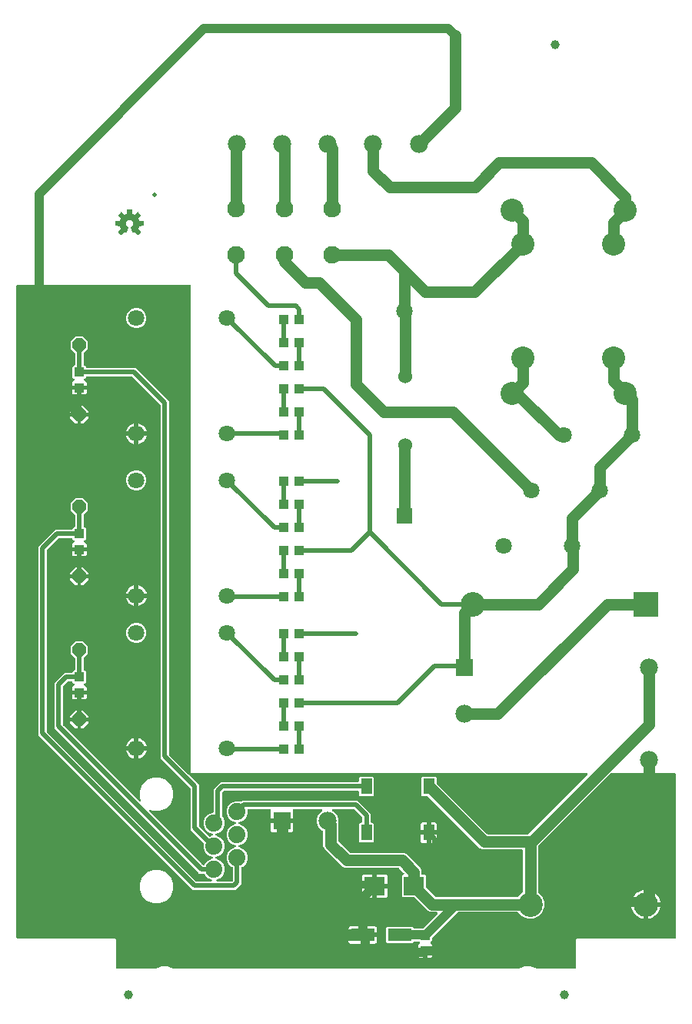
<source format=gtl>
G04 EAGLE Gerber RS-274X export*
G75*
%MOMM*%
%FSLAX34Y34*%
%LPD*%
%INTop Copper*%
%IPPOS*%
%AMOC8*
5,1,8,0,0,1.08239X$1,22.5*%
G01*
%ADD10C,1.800000*%
%ADD11C,1.879600*%
%ADD12P,1.583577X8X292.500000*%
%ADD13R,1.100000X1.000000*%
%ADD14R,1.000000X1.100000*%
%ADD15C,1.930400*%
%ADD16R,2.700000X2.700000*%
%ADD17C,2.700000*%
%ADD18R,1.980000X1.980000*%
%ADD19C,1.980000*%
%ADD20R,2.600000X1.400000*%
%ADD21R,2.250000X2.050000*%
%ADD22C,1.000000*%
%ADD23C,2.540000*%
%ADD24R,1.800000X1.800000*%
%ADD25C,1.530000*%
%ADD26R,1.270000X1.780000*%
%ADD27C,0.508000*%
%ADD28C,1.270000*%
%ADD29C,1.016000*%
%ADD30C,0.502400*%

G36*
X154261Y78743D02*
X154261Y78743D01*
X154360Y78746D01*
X154418Y78763D01*
X154478Y78771D01*
X154570Y78807D01*
X154665Y78835D01*
X154717Y78865D01*
X154774Y78888D01*
X154854Y78946D01*
X154939Y78996D01*
X155014Y79062D01*
X155031Y79074D01*
X155039Y79084D01*
X155060Y79103D01*
X155370Y79413D01*
X161618Y82001D01*
X168382Y82001D01*
X174630Y79413D01*
X174940Y79103D01*
X175018Y79042D01*
X175091Y78974D01*
X175144Y78945D01*
X175191Y78908D01*
X175282Y78868D01*
X175369Y78820D01*
X175428Y78805D01*
X175483Y78781D01*
X175581Y78766D01*
X175677Y78741D01*
X175777Y78735D01*
X175797Y78731D01*
X175810Y78733D01*
X175838Y78731D01*
X554162Y78731D01*
X554261Y78743D01*
X554360Y78746D01*
X554418Y78763D01*
X554478Y78771D01*
X554570Y78807D01*
X554665Y78835D01*
X554717Y78865D01*
X554774Y78888D01*
X554854Y78946D01*
X554939Y78996D01*
X555014Y79062D01*
X555031Y79074D01*
X555039Y79084D01*
X555060Y79103D01*
X555370Y79413D01*
X561618Y82001D01*
X568382Y82001D01*
X574630Y79413D01*
X574940Y79103D01*
X575018Y79042D01*
X575091Y78974D01*
X575144Y78945D01*
X575191Y78908D01*
X575282Y78868D01*
X575369Y78820D01*
X575428Y78805D01*
X575483Y78781D01*
X575581Y78766D01*
X575677Y78741D01*
X575777Y78735D01*
X575797Y78731D01*
X575810Y78733D01*
X575838Y78731D01*
X616730Y78731D01*
X616848Y78746D01*
X616967Y78753D01*
X617005Y78766D01*
X617046Y78771D01*
X617156Y78814D01*
X617269Y78851D01*
X617304Y78873D01*
X617341Y78888D01*
X617437Y78958D01*
X617538Y79021D01*
X617566Y79051D01*
X617599Y79074D01*
X617675Y79166D01*
X617756Y79253D01*
X617776Y79288D01*
X617801Y79319D01*
X617852Y79427D01*
X617910Y79531D01*
X617920Y79571D01*
X617937Y79607D01*
X617959Y79724D01*
X617989Y79839D01*
X617993Y79900D01*
X617997Y79920D01*
X617995Y79940D01*
X617999Y80000D01*
X617999Y110829D01*
X619171Y112001D01*
X726730Y112001D01*
X726848Y112016D01*
X726967Y112023D01*
X727005Y112036D01*
X727046Y112041D01*
X727156Y112084D01*
X727269Y112121D01*
X727304Y112143D01*
X727341Y112158D01*
X727437Y112227D01*
X727538Y112291D01*
X727566Y112321D01*
X727599Y112344D01*
X727675Y112436D01*
X727756Y112523D01*
X727776Y112558D01*
X727801Y112589D01*
X727852Y112697D01*
X727910Y112801D01*
X727920Y112841D01*
X727937Y112877D01*
X727959Y112994D01*
X727989Y113109D01*
X727993Y113169D01*
X727997Y113189D01*
X727995Y113210D01*
X727999Y113270D01*
X727999Y292860D01*
X727984Y292978D01*
X727977Y293097D01*
X727964Y293135D01*
X727959Y293176D01*
X727916Y293286D01*
X727879Y293399D01*
X727857Y293434D01*
X727842Y293471D01*
X727773Y293567D01*
X727709Y293668D01*
X727679Y293696D01*
X727656Y293729D01*
X727564Y293805D01*
X727477Y293886D01*
X727442Y293906D01*
X727411Y293931D01*
X727303Y293982D01*
X727199Y294040D01*
X727159Y294050D01*
X727123Y294067D01*
X727006Y294089D01*
X726891Y294119D01*
X726831Y294123D01*
X726811Y294127D01*
X726790Y294125D01*
X726730Y294129D01*
X657055Y294129D01*
X656957Y294117D01*
X656858Y294114D01*
X656800Y294097D01*
X656740Y294089D01*
X656648Y294053D01*
X656553Y294025D01*
X656501Y293995D01*
X656444Y293972D01*
X656364Y293914D01*
X656279Y293864D01*
X656203Y293798D01*
X656187Y293786D01*
X656179Y293776D01*
X656158Y293758D01*
X576722Y214322D01*
X576662Y214244D01*
X576594Y214172D01*
X576565Y214119D01*
X576528Y214071D01*
X576488Y213980D01*
X576440Y213893D01*
X576425Y213835D01*
X576401Y213779D01*
X576386Y213681D01*
X576361Y213585D01*
X576355Y213485D01*
X576351Y213465D01*
X576353Y213453D01*
X576351Y213425D01*
X576351Y163917D01*
X576363Y163819D01*
X576366Y163720D01*
X576383Y163662D01*
X576391Y163602D01*
X576427Y163509D01*
X576455Y163414D01*
X576485Y163362D01*
X576508Y163306D01*
X576566Y163226D01*
X576616Y163140D01*
X576682Y163065D01*
X576694Y163049D01*
X576704Y163041D01*
X576722Y163020D01*
X581133Y158609D01*
X583501Y152893D01*
X583501Y146707D01*
X581133Y140991D01*
X576759Y136617D01*
X571043Y134249D01*
X564857Y134249D01*
X559141Y136617D01*
X554730Y141028D01*
X554652Y141088D01*
X554580Y141156D01*
X554527Y141185D01*
X554479Y141222D01*
X554388Y141262D01*
X554302Y141310D01*
X554243Y141325D01*
X554187Y141349D01*
X554089Y141364D01*
X553994Y141389D01*
X553894Y141395D01*
X553873Y141399D01*
X553861Y141397D01*
X553833Y141399D01*
X488509Y141399D01*
X488411Y141387D01*
X488312Y141384D01*
X488254Y141367D01*
X488194Y141359D01*
X488102Y141323D01*
X488007Y141295D01*
X487954Y141265D01*
X487898Y141242D01*
X487818Y141184D01*
X487733Y141134D01*
X487657Y141068D01*
X487641Y141056D01*
X487633Y141046D01*
X487612Y141028D01*
X459622Y113038D01*
X459562Y112960D01*
X459494Y112888D01*
X459465Y112835D01*
X459428Y112787D01*
X459388Y112696D01*
X459340Y112609D01*
X459325Y112551D01*
X459301Y112495D01*
X459286Y112397D01*
X459261Y112301D01*
X459255Y112201D01*
X459251Y112181D01*
X459253Y112169D01*
X459251Y112141D01*
X459251Y109351D01*
X458264Y108364D01*
X458187Y108265D01*
X458105Y108170D01*
X458090Y108139D01*
X458069Y108113D01*
X458020Y107998D01*
X457964Y107885D01*
X457956Y107852D01*
X457943Y107821D01*
X457923Y107697D01*
X457897Y107574D01*
X457899Y107540D01*
X457893Y107507D01*
X457905Y107382D01*
X457910Y107256D01*
X457920Y107224D01*
X457923Y107190D01*
X457966Y107072D01*
X458002Y106952D01*
X458019Y106923D01*
X458031Y106891D01*
X458101Y106787D01*
X458166Y106679D01*
X458190Y106656D01*
X458209Y106628D01*
X458303Y106545D01*
X458393Y106457D01*
X458434Y106430D01*
X458448Y106417D01*
X458467Y106408D01*
X458527Y106368D01*
X458760Y106233D01*
X459233Y105760D01*
X459568Y105181D01*
X459741Y104534D01*
X459741Y101199D01*
X453430Y101199D01*
X453312Y101184D01*
X453193Y101177D01*
X453155Y101164D01*
X453115Y101159D01*
X453004Y101116D01*
X452891Y101079D01*
X452857Y101057D01*
X452819Y101042D01*
X452723Y100973D01*
X452622Y100909D01*
X452594Y100879D01*
X452562Y100856D01*
X452486Y100764D01*
X452404Y100677D01*
X452385Y100642D01*
X452359Y100611D01*
X452308Y100503D01*
X452251Y100399D01*
X452241Y100359D01*
X452223Y100323D01*
X452203Y100216D01*
X452199Y100246D01*
X452155Y100356D01*
X452119Y100469D01*
X452097Y100504D01*
X452082Y100541D01*
X452012Y100637D01*
X451949Y100738D01*
X451919Y100766D01*
X451895Y100799D01*
X451804Y100875D01*
X451717Y100956D01*
X451682Y100976D01*
X451650Y101001D01*
X451543Y101052D01*
X451438Y101110D01*
X451399Y101120D01*
X451363Y101137D01*
X451246Y101159D01*
X451130Y101189D01*
X451070Y101193D01*
X451050Y101197D01*
X451030Y101195D01*
X450970Y101199D01*
X444659Y101199D01*
X444659Y104534D01*
X444832Y105181D01*
X445167Y105760D01*
X445640Y106233D01*
X445873Y106368D01*
X445973Y106443D01*
X446077Y106514D01*
X446099Y106539D01*
X446126Y106560D01*
X446204Y106658D01*
X446287Y106753D01*
X446303Y106783D01*
X446324Y106809D01*
X446375Y106924D01*
X446432Y107036D01*
X446439Y107069D01*
X446453Y107099D01*
X446474Y107224D01*
X446502Y107346D01*
X446501Y107380D01*
X446506Y107413D01*
X446496Y107538D01*
X446492Y107664D01*
X446483Y107696D01*
X446480Y107730D01*
X446438Y107849D01*
X446404Y107969D01*
X446386Y107998D01*
X446375Y108030D01*
X446306Y108135D01*
X446242Y108243D01*
X446210Y108280D01*
X446200Y108295D01*
X446183Y108310D01*
X446136Y108364D01*
X445882Y108618D01*
X445804Y108678D01*
X445732Y108746D01*
X445679Y108775D01*
X445631Y108812D01*
X445540Y108852D01*
X445453Y108900D01*
X445395Y108915D01*
X445339Y108939D01*
X445241Y108954D01*
X445146Y108979D01*
X445045Y108985D01*
X445025Y108989D01*
X445013Y108987D01*
X444985Y108989D01*
X440635Y108989D01*
X440537Y108977D01*
X440438Y108974D01*
X440380Y108957D01*
X440320Y108949D01*
X440228Y108913D01*
X440132Y108885D01*
X440080Y108855D01*
X440024Y108832D01*
X439944Y108774D01*
X439859Y108724D01*
X439783Y108658D01*
X439767Y108646D01*
X439759Y108636D01*
X439738Y108618D01*
X438189Y107069D01*
X410491Y107069D01*
X409289Y108271D01*
X409289Y123969D01*
X410491Y125171D01*
X438189Y125171D01*
X439738Y123622D01*
X439816Y123562D01*
X439888Y123494D01*
X439941Y123465D01*
X439989Y123428D01*
X440080Y123388D01*
X440167Y123340D01*
X440225Y123325D01*
X440281Y123301D01*
X440379Y123286D01*
X440475Y123261D01*
X440575Y123255D01*
X440595Y123251D01*
X440607Y123253D01*
X440635Y123251D01*
X449141Y123251D01*
X449239Y123263D01*
X449338Y123266D01*
X449396Y123283D01*
X449456Y123291D01*
X449548Y123327D01*
X449643Y123355D01*
X449696Y123385D01*
X449752Y123408D01*
X449832Y123466D01*
X449917Y123516D01*
X449993Y123582D01*
X450009Y123594D01*
X450017Y123604D01*
X450038Y123622D01*
X465648Y139233D01*
X465733Y139342D01*
X465822Y139449D01*
X465831Y139468D01*
X465843Y139484D01*
X465899Y139612D01*
X465958Y139737D01*
X465961Y139757D01*
X465969Y139776D01*
X465991Y139914D01*
X466017Y140050D01*
X466016Y140070D01*
X466019Y140090D01*
X466006Y140229D01*
X465998Y140367D01*
X465991Y140386D01*
X465989Y140406D01*
X465942Y140538D01*
X465900Y140669D01*
X465889Y140687D01*
X465882Y140706D01*
X465804Y140821D01*
X465729Y140938D01*
X465715Y140952D01*
X465703Y140969D01*
X465599Y141061D01*
X465498Y141156D01*
X465480Y141166D01*
X465465Y141179D01*
X465341Y141242D01*
X465219Y141310D01*
X465200Y141315D01*
X465182Y141324D01*
X465046Y141354D01*
X464911Y141389D01*
X464883Y141391D01*
X464871Y141394D01*
X464851Y141393D01*
X464751Y141399D01*
X458149Y141399D01*
X455061Y142678D01*
X452520Y145220D01*
X440372Y157368D01*
X440294Y157428D01*
X440222Y157496D01*
X440169Y157525D01*
X440121Y157562D01*
X440030Y157602D01*
X439943Y157650D01*
X439885Y157665D01*
X439829Y157689D01*
X439731Y157704D01*
X439635Y157729D01*
X439535Y157735D01*
X439515Y157739D01*
X439503Y157737D01*
X439475Y157739D01*
X427481Y157739D01*
X426279Y158941D01*
X426279Y181139D01*
X427481Y182341D01*
X427555Y182341D01*
X427692Y182358D01*
X427831Y182371D01*
X427850Y182378D01*
X427870Y182381D01*
X427999Y182432D01*
X428130Y182479D01*
X428147Y182490D01*
X428166Y182498D01*
X428278Y182579D01*
X428393Y182657D01*
X428407Y182673D01*
X428423Y182684D01*
X428512Y182792D01*
X428604Y182896D01*
X428613Y182914D01*
X428626Y182929D01*
X428685Y183055D01*
X428748Y183179D01*
X428753Y183199D01*
X428762Y183217D01*
X428788Y183353D01*
X428818Y183489D01*
X428817Y183510D01*
X428821Y183529D01*
X428813Y183668D01*
X428808Y183807D01*
X428803Y183827D01*
X428802Y183847D01*
X428759Y183979D01*
X428720Y184113D01*
X428710Y184130D01*
X428704Y184149D01*
X428629Y184267D01*
X428558Y184387D01*
X428540Y184408D01*
X428533Y184418D01*
X428518Y184432D01*
X428452Y184507D01*
X423612Y189348D01*
X423534Y189408D01*
X423462Y189476D01*
X423409Y189505D01*
X423361Y189542D01*
X423270Y189582D01*
X423183Y189630D01*
X423125Y189645D01*
X423069Y189669D01*
X422971Y189684D01*
X422875Y189709D01*
X422775Y189715D01*
X422755Y189719D01*
X422743Y189717D01*
X422715Y189719D01*
X364089Y189719D01*
X361001Y190998D01*
X341018Y210981D01*
X339739Y214069D01*
X339739Y229664D01*
X339736Y229693D01*
X339738Y229723D01*
X339716Y229851D01*
X339699Y229980D01*
X339689Y230007D01*
X339684Y230036D01*
X339630Y230155D01*
X339582Y230275D01*
X339565Y230299D01*
X339553Y230326D01*
X339472Y230428D01*
X339396Y230533D01*
X339373Y230552D01*
X339354Y230575D01*
X339251Y230653D01*
X339151Y230736D01*
X339124Y230748D01*
X339100Y230766D01*
X338956Y230837D01*
X337430Y231469D01*
X334069Y234830D01*
X332249Y239223D01*
X332249Y243977D01*
X334069Y248370D01*
X337430Y251731D01*
X338193Y252047D01*
X338254Y252082D01*
X338319Y252108D01*
X338392Y252160D01*
X338470Y252205D01*
X338520Y252253D01*
X338576Y252294D01*
X338634Y252364D01*
X338698Y252426D01*
X338735Y252486D01*
X338779Y252539D01*
X338817Y252621D01*
X338864Y252697D01*
X338885Y252764D01*
X338915Y252827D01*
X338932Y252915D01*
X338958Y253001D01*
X338961Y253071D01*
X338974Y253140D01*
X338969Y253229D01*
X338973Y253319D01*
X338959Y253387D01*
X338955Y253457D01*
X338927Y253542D01*
X338909Y253630D01*
X338878Y253693D01*
X338857Y253759D01*
X338809Y253835D01*
X338769Y253916D01*
X338724Y253969D01*
X338687Y254028D01*
X338621Y254090D01*
X338563Y254158D01*
X338506Y254198D01*
X338455Y254246D01*
X338376Y254289D01*
X338303Y254341D01*
X338237Y254366D01*
X338176Y254400D01*
X338090Y254422D01*
X338005Y254454D01*
X337936Y254462D01*
X337868Y254479D01*
X337708Y254489D01*
X307506Y254489D01*
X307375Y254473D01*
X307243Y254462D01*
X307217Y254453D01*
X307191Y254449D01*
X307068Y254401D01*
X306943Y254357D01*
X306920Y254342D01*
X306895Y254332D01*
X306788Y254255D01*
X306678Y254181D01*
X306660Y254161D01*
X306638Y254146D01*
X306553Y254044D01*
X306465Y253945D01*
X306452Y253921D01*
X306435Y253901D01*
X306379Y253781D01*
X306317Y253663D01*
X306311Y253637D01*
X306299Y253613D01*
X306275Y253483D01*
X306244Y253354D01*
X306245Y253327D01*
X306240Y253301D01*
X306248Y253169D01*
X306250Y253036D01*
X306258Y253010D01*
X306259Y252983D01*
X306300Y252858D01*
X306336Y252730D01*
X306353Y252695D01*
X306357Y252681D01*
X306369Y252662D01*
X306407Y252585D01*
X306468Y252481D01*
X306641Y251834D01*
X306641Y244139D01*
X295470Y244139D01*
X295352Y244124D01*
X295233Y244117D01*
X295195Y244104D01*
X295155Y244099D01*
X295044Y244056D01*
X294931Y244019D01*
X294897Y243997D01*
X294859Y243982D01*
X294763Y243912D01*
X294662Y243849D01*
X294634Y243819D01*
X294602Y243795D01*
X294526Y243704D01*
X294444Y243617D01*
X294425Y243582D01*
X294399Y243551D01*
X294348Y243443D01*
X294291Y243339D01*
X294280Y243299D01*
X294263Y243263D01*
X294241Y243146D01*
X294211Y243031D01*
X294207Y242970D01*
X294203Y242950D01*
X294205Y242930D01*
X294201Y242870D01*
X294201Y241599D01*
X294199Y241599D01*
X294199Y242870D01*
X294184Y242988D01*
X294177Y243107D01*
X294164Y243145D01*
X294159Y243185D01*
X294115Y243296D01*
X294079Y243409D01*
X294057Y243444D01*
X294042Y243481D01*
X293972Y243577D01*
X293909Y243678D01*
X293879Y243706D01*
X293855Y243739D01*
X293764Y243814D01*
X293677Y243896D01*
X293642Y243916D01*
X293610Y243941D01*
X293503Y243992D01*
X293398Y244050D01*
X293359Y244060D01*
X293323Y244077D01*
X293206Y244099D01*
X293091Y244129D01*
X293030Y244133D01*
X293010Y244137D01*
X292990Y244135D01*
X292930Y244139D01*
X281759Y244139D01*
X281759Y251834D01*
X281932Y252481D01*
X281993Y252585D01*
X282044Y252707D01*
X282101Y252827D01*
X282106Y252854D01*
X282116Y252879D01*
X282135Y253010D01*
X282160Y253140D01*
X282159Y253166D01*
X282163Y253193D01*
X282149Y253325D01*
X282141Y253457D01*
X282132Y253483D01*
X282129Y253509D01*
X282083Y253634D01*
X282043Y253759D01*
X282028Y253782D01*
X282019Y253808D01*
X281943Y253916D01*
X281872Y254028D01*
X281853Y254047D01*
X281837Y254069D01*
X281737Y254155D01*
X281641Y254246D01*
X281617Y254259D01*
X281597Y254277D01*
X281478Y254336D01*
X281362Y254400D01*
X281336Y254406D01*
X281312Y254418D01*
X281182Y254446D01*
X281054Y254479D01*
X281016Y254481D01*
X281001Y254485D01*
X280979Y254484D01*
X280894Y254489D01*
X257738Y254489D01*
X257620Y254474D01*
X257501Y254467D01*
X257463Y254454D01*
X257422Y254449D01*
X257312Y254406D01*
X257199Y254369D01*
X257164Y254347D01*
X257127Y254332D01*
X257031Y254263D01*
X256930Y254199D01*
X256902Y254169D01*
X256869Y254146D01*
X256793Y254054D01*
X256712Y253967D01*
X256692Y253932D01*
X256667Y253901D01*
X256616Y253793D01*
X256558Y253689D01*
X256548Y253649D01*
X256531Y253613D01*
X256509Y253496D01*
X256479Y253381D01*
X256475Y253321D01*
X256471Y253301D01*
X256473Y253280D01*
X256469Y253220D01*
X256469Y249513D01*
X254726Y245305D01*
X251505Y242084D01*
X247107Y240263D01*
X246987Y240194D01*
X246864Y240129D01*
X246849Y240115D01*
X246831Y240105D01*
X246731Y240008D01*
X246628Y239915D01*
X246617Y239898D01*
X246603Y239884D01*
X246530Y239766D01*
X246454Y239649D01*
X246447Y239630D01*
X246437Y239613D01*
X246396Y239480D01*
X246350Y239348D01*
X246349Y239328D01*
X246343Y239309D01*
X246336Y239170D01*
X246325Y239031D01*
X246329Y239011D01*
X246328Y238991D01*
X246356Y238855D01*
X246380Y238718D01*
X246388Y238699D01*
X246392Y238680D01*
X246453Y238555D01*
X246510Y238428D01*
X246523Y238412D01*
X246532Y238394D01*
X246622Y238288D01*
X246709Y238180D01*
X246725Y238167D01*
X246738Y238152D01*
X246852Y238072D01*
X246963Y237988D01*
X246988Y237976D01*
X246998Y237969D01*
X247017Y237962D01*
X247107Y237917D01*
X251505Y236096D01*
X254726Y232875D01*
X256469Y228667D01*
X256469Y224113D01*
X254726Y219905D01*
X251505Y216684D01*
X247107Y214863D01*
X246987Y214794D01*
X246864Y214729D01*
X246849Y214715D01*
X246831Y214705D01*
X246731Y214608D01*
X246628Y214515D01*
X246617Y214498D01*
X246603Y214484D01*
X246530Y214366D01*
X246454Y214249D01*
X246447Y214230D01*
X246437Y214213D01*
X246396Y214080D01*
X246350Y213948D01*
X246349Y213928D01*
X246343Y213909D01*
X246336Y213770D01*
X246325Y213631D01*
X246329Y213611D01*
X246328Y213591D01*
X246356Y213455D01*
X246380Y213318D01*
X246388Y213299D01*
X246392Y213280D01*
X246453Y213155D01*
X246510Y213028D01*
X246523Y213012D01*
X246532Y212994D01*
X246622Y212888D01*
X246709Y212780D01*
X246725Y212767D01*
X246738Y212752D01*
X246852Y212672D01*
X246963Y212588D01*
X246988Y212576D01*
X246998Y212569D01*
X247017Y212562D01*
X247107Y212517D01*
X251505Y210696D01*
X254726Y207475D01*
X256469Y203267D01*
X256469Y198713D01*
X254726Y194505D01*
X251505Y191284D01*
X250394Y190824D01*
X250369Y190809D01*
X250341Y190800D01*
X250231Y190731D01*
X250118Y190667D01*
X250097Y190646D01*
X250072Y190630D01*
X249983Y190536D01*
X249890Y190445D01*
X249874Y190420D01*
X249854Y190399D01*
X249791Y190285D01*
X249723Y190174D01*
X249715Y190146D01*
X249700Y190120D01*
X249668Y189994D01*
X249630Y189870D01*
X249628Y189841D01*
X249621Y189812D01*
X249611Y189651D01*
X249611Y171998D01*
X243202Y165589D01*
X196218Y165589D01*
X25889Y335918D01*
X25889Y542922D01*
X44698Y561731D01*
X62300Y561731D01*
X62418Y561746D01*
X62537Y561753D01*
X62575Y561766D01*
X62616Y561771D01*
X62726Y561814D01*
X62839Y561851D01*
X62874Y561873D01*
X62911Y561888D01*
X63007Y561957D01*
X63108Y562021D01*
X63136Y562051D01*
X63169Y562074D01*
X63245Y562166D01*
X63326Y562253D01*
X63346Y562288D01*
X63371Y562319D01*
X63422Y562427D01*
X63480Y562531D01*
X63490Y562571D01*
X63507Y562607D01*
X63529Y562724D01*
X63559Y562839D01*
X63563Y562899D01*
X63567Y562919D01*
X63565Y562940D01*
X63569Y562989D01*
X64771Y564191D01*
X65260Y564191D01*
X65378Y564206D01*
X65497Y564213D01*
X65535Y564226D01*
X65576Y564231D01*
X65686Y564274D01*
X65799Y564311D01*
X65834Y564333D01*
X65871Y564348D01*
X65967Y564417D01*
X66068Y564481D01*
X66096Y564511D01*
X66129Y564534D01*
X66205Y564626D01*
X66286Y564713D01*
X66306Y564748D01*
X66331Y564779D01*
X66382Y564887D01*
X66440Y564991D01*
X66450Y565031D01*
X66467Y565067D01*
X66489Y565184D01*
X66519Y565299D01*
X66523Y565359D01*
X66527Y565379D01*
X66525Y565400D01*
X66529Y565460D01*
X66529Y577560D01*
X66517Y577658D01*
X66514Y577757D01*
X66507Y577780D01*
X66507Y577783D01*
X66501Y577802D01*
X66497Y577815D01*
X66489Y577875D01*
X66453Y577967D01*
X66425Y578062D01*
X66395Y578114D01*
X66372Y578171D01*
X66314Y578251D01*
X66264Y578336D01*
X66198Y578412D01*
X66186Y578428D01*
X66176Y578436D01*
X66158Y578457D01*
X61754Y582861D01*
X61754Y590619D01*
X67241Y596106D01*
X74999Y596106D01*
X80486Y590619D01*
X80486Y582861D01*
X76082Y578457D01*
X76022Y578379D01*
X75954Y578307D01*
X75925Y578254D01*
X75888Y578206D01*
X75848Y578115D01*
X75800Y578028D01*
X75785Y577970D01*
X75761Y577914D01*
X75746Y577816D01*
X75721Y577720D01*
X75716Y577640D01*
X75713Y577627D01*
X75714Y577616D01*
X75711Y577600D01*
X75713Y577588D01*
X75711Y577560D01*
X75711Y565460D01*
X75726Y565342D01*
X75733Y565223D01*
X75746Y565185D01*
X75751Y565144D01*
X75794Y565034D01*
X75831Y564921D01*
X75853Y564886D01*
X75868Y564849D01*
X75937Y564753D01*
X76001Y564652D01*
X76031Y564624D01*
X76054Y564591D01*
X76146Y564515D01*
X76233Y564434D01*
X76268Y564414D01*
X76299Y564389D01*
X76407Y564338D01*
X76511Y564280D01*
X76551Y564270D01*
X76587Y564253D01*
X76704Y564231D01*
X76819Y564201D01*
X76879Y564197D01*
X76899Y564193D01*
X76920Y564195D01*
X76980Y564191D01*
X77469Y564191D01*
X78671Y562989D01*
X78671Y551291D01*
X77450Y550070D01*
X77304Y550053D01*
X77298Y550050D01*
X77291Y550049D01*
X77149Y549993D01*
X77007Y549939D01*
X77002Y549935D01*
X76995Y549932D01*
X76873Y549843D01*
X76748Y549755D01*
X76743Y549749D01*
X76738Y549746D01*
X76641Y549629D01*
X76542Y549512D01*
X76540Y549506D01*
X76535Y549501D01*
X76471Y549364D01*
X76404Y549226D01*
X76402Y549219D01*
X76400Y549213D01*
X76371Y549065D01*
X76341Y548914D01*
X76341Y548907D01*
X76340Y548901D01*
X76349Y548749D01*
X76357Y548596D01*
X76359Y548590D01*
X76360Y548583D01*
X76407Y548438D01*
X76452Y548293D01*
X76456Y548287D01*
X76458Y548281D01*
X76540Y548151D01*
X76619Y548022D01*
X76624Y548018D01*
X76628Y548012D01*
X76739Y547907D01*
X76849Y547802D01*
X76855Y547799D01*
X76859Y547794D01*
X76993Y547721D01*
X77126Y547645D01*
X77134Y547643D01*
X77138Y547640D01*
X77148Y547638D01*
X77278Y547594D01*
X77601Y547508D01*
X78180Y547173D01*
X78653Y546700D01*
X78988Y546121D01*
X79161Y545474D01*
X79161Y542639D01*
X72350Y542639D01*
X72232Y542624D01*
X72113Y542617D01*
X72075Y542604D01*
X72035Y542599D01*
X71924Y542556D01*
X71811Y542519D01*
X71777Y542497D01*
X71739Y542482D01*
X71643Y542413D01*
X71542Y542349D01*
X71514Y542319D01*
X71482Y542296D01*
X71406Y542204D01*
X71324Y542117D01*
X71305Y542082D01*
X71279Y542051D01*
X71228Y541943D01*
X71171Y541839D01*
X71161Y541799D01*
X71143Y541763D01*
X71123Y541656D01*
X71119Y541686D01*
X71075Y541796D01*
X71039Y541909D01*
X71017Y541944D01*
X71002Y541981D01*
X70932Y542077D01*
X70869Y542178D01*
X70839Y542206D01*
X70815Y542239D01*
X70724Y542315D01*
X70637Y542396D01*
X70602Y542416D01*
X70570Y542441D01*
X70463Y542492D01*
X70358Y542550D01*
X70319Y542560D01*
X70283Y542577D01*
X70166Y542599D01*
X70050Y542629D01*
X69990Y542633D01*
X69970Y542637D01*
X69950Y542635D01*
X69890Y542639D01*
X63079Y542639D01*
X63079Y545474D01*
X63252Y546121D01*
X63587Y546700D01*
X64060Y547173D01*
X64639Y547508D01*
X64962Y547594D01*
X65104Y547652D01*
X65245Y547708D01*
X65250Y547712D01*
X65256Y547714D01*
X65378Y547805D01*
X65502Y547894D01*
X65506Y547900D01*
X65512Y547904D01*
X65606Y548021D01*
X65705Y548139D01*
X65708Y548146D01*
X65712Y548151D01*
X65776Y548290D01*
X65840Y548427D01*
X65842Y548434D01*
X65844Y548440D01*
X65872Y548591D01*
X65900Y548740D01*
X65900Y548746D01*
X65901Y548753D01*
X65890Y548903D01*
X65880Y549057D01*
X65878Y549063D01*
X65878Y549070D01*
X65829Y549216D01*
X65782Y549359D01*
X65779Y549365D01*
X65777Y549372D01*
X65693Y549500D01*
X65612Y549628D01*
X65607Y549633D01*
X65604Y549638D01*
X65492Y549741D01*
X65381Y549846D01*
X65375Y549849D01*
X65370Y549854D01*
X65236Y549926D01*
X65102Y550000D01*
X65096Y550001D01*
X65090Y550004D01*
X64941Y550041D01*
X64794Y550079D01*
X64785Y550080D01*
X64781Y550081D01*
X64779Y550081D01*
X63568Y551292D01*
X63554Y551398D01*
X63547Y551517D01*
X63534Y551555D01*
X63529Y551596D01*
X63486Y551706D01*
X63449Y551819D01*
X63427Y551854D01*
X63412Y551891D01*
X63343Y551987D01*
X63279Y552088D01*
X63249Y552116D01*
X63226Y552149D01*
X63134Y552225D01*
X63047Y552306D01*
X63012Y552326D01*
X62981Y552351D01*
X62873Y552402D01*
X62769Y552460D01*
X62729Y552470D01*
X62693Y552487D01*
X62576Y552509D01*
X62461Y552539D01*
X62401Y552543D01*
X62381Y552547D01*
X62360Y552545D01*
X62300Y552549D01*
X49027Y552549D01*
X48929Y552537D01*
X48830Y552534D01*
X48772Y552517D01*
X48712Y552509D01*
X48620Y552473D01*
X48525Y552445D01*
X48472Y552415D01*
X48416Y552392D01*
X48336Y552334D01*
X48251Y552284D01*
X48175Y552218D01*
X48159Y552206D01*
X48151Y552196D01*
X48130Y552178D01*
X35442Y539490D01*
X35382Y539412D01*
X35314Y539340D01*
X35285Y539287D01*
X35248Y539239D01*
X35208Y539148D01*
X35160Y539061D01*
X35145Y539003D01*
X35121Y538947D01*
X35106Y538849D01*
X35081Y538753D01*
X35075Y538653D01*
X35071Y538633D01*
X35073Y538621D01*
X35071Y538593D01*
X35071Y340247D01*
X35083Y340149D01*
X35086Y340050D01*
X35103Y339992D01*
X35111Y339932D01*
X35147Y339840D01*
X35175Y339745D01*
X35205Y339692D01*
X35228Y339636D01*
X35286Y339556D01*
X35336Y339471D01*
X35402Y339395D01*
X35414Y339379D01*
X35424Y339371D01*
X35442Y339350D01*
X199650Y175142D01*
X199728Y175082D01*
X199800Y175014D01*
X199853Y174985D01*
X199901Y174948D01*
X199992Y174908D01*
X200079Y174860D01*
X200137Y174845D01*
X200193Y174821D01*
X200291Y174806D01*
X200387Y174781D01*
X200487Y174775D01*
X200507Y174771D01*
X200519Y174773D01*
X200547Y174771D01*
X215960Y174771D01*
X216030Y174779D01*
X216100Y174778D01*
X216187Y174799D01*
X216276Y174811D01*
X216341Y174836D01*
X216409Y174853D01*
X216488Y174895D01*
X216572Y174928D01*
X216628Y174969D01*
X216690Y175001D01*
X216756Y175062D01*
X216829Y175114D01*
X216874Y175168D01*
X216925Y175215D01*
X216975Y175290D01*
X217032Y175359D01*
X217062Y175423D01*
X217100Y175481D01*
X217129Y175566D01*
X217167Y175647D01*
X217180Y175716D01*
X217203Y175782D01*
X217210Y175871D01*
X217227Y175959D01*
X217223Y176029D01*
X217228Y176099D01*
X217213Y176187D01*
X217207Y176277D01*
X217186Y176343D01*
X217174Y176412D01*
X217137Y176494D01*
X217109Y176579D01*
X217072Y176638D01*
X217043Y176702D01*
X216987Y176772D01*
X216939Y176848D01*
X216888Y176896D01*
X216845Y176950D01*
X216773Y177005D01*
X216708Y177066D01*
X216647Y177100D01*
X216591Y177142D01*
X216446Y177213D01*
X213135Y178584D01*
X209914Y181805D01*
X209454Y182916D01*
X209439Y182941D01*
X209430Y182969D01*
X209361Y183079D01*
X209297Y183192D01*
X209276Y183213D01*
X209260Y183238D01*
X209166Y183327D01*
X209075Y183420D01*
X209050Y183436D01*
X209029Y183456D01*
X208915Y183519D01*
X208804Y183587D01*
X208776Y183595D01*
X208750Y183610D01*
X208624Y183642D01*
X208500Y183680D01*
X208471Y183682D01*
X208442Y183689D01*
X208281Y183699D01*
X203508Y183699D01*
X43669Y343538D01*
X43669Y393062D01*
X54858Y404251D01*
X62300Y404251D01*
X62418Y404266D01*
X62537Y404273D01*
X62575Y404286D01*
X62616Y404291D01*
X62726Y404334D01*
X62839Y404371D01*
X62874Y404393D01*
X62911Y404408D01*
X63007Y404477D01*
X63108Y404541D01*
X63136Y404571D01*
X63169Y404594D01*
X63245Y404686D01*
X63326Y404773D01*
X63346Y404808D01*
X63371Y404839D01*
X63422Y404947D01*
X63480Y405051D01*
X63490Y405091D01*
X63507Y405127D01*
X63529Y405244D01*
X63559Y405359D01*
X63563Y405419D01*
X63567Y405439D01*
X63565Y405460D01*
X63569Y405509D01*
X64771Y406711D01*
X65260Y406711D01*
X65378Y406726D01*
X65497Y406733D01*
X65535Y406746D01*
X65576Y406751D01*
X65686Y406794D01*
X65799Y406831D01*
X65834Y406853D01*
X65871Y406868D01*
X65967Y406937D01*
X66068Y407001D01*
X66096Y407031D01*
X66129Y407054D01*
X66205Y407146D01*
X66286Y407233D01*
X66306Y407268D01*
X66331Y407299D01*
X66382Y407407D01*
X66440Y407511D01*
X66450Y407551D01*
X66467Y407587D01*
X66489Y407704D01*
X66519Y407819D01*
X66523Y407879D01*
X66527Y407899D01*
X66525Y407920D01*
X66529Y407980D01*
X66529Y420080D01*
X66517Y420178D01*
X66514Y420277D01*
X66497Y420335D01*
X66489Y420395D01*
X66453Y420487D01*
X66425Y420582D01*
X66395Y420634D01*
X66372Y420691D01*
X66314Y420771D01*
X66264Y420856D01*
X66198Y420932D01*
X66186Y420948D01*
X66176Y420956D01*
X66158Y420977D01*
X61754Y425381D01*
X61754Y433139D01*
X67241Y438626D01*
X74999Y438626D01*
X80486Y433139D01*
X80486Y425381D01*
X76082Y420977D01*
X76022Y420899D01*
X75954Y420827D01*
X75925Y420774D01*
X75888Y420726D01*
X75848Y420635D01*
X75800Y420548D01*
X75785Y420490D01*
X75761Y420434D01*
X75746Y420336D01*
X75721Y420240D01*
X75715Y420140D01*
X75711Y420120D01*
X75713Y420108D01*
X75711Y420080D01*
X75711Y407980D01*
X75726Y407862D01*
X75733Y407743D01*
X75746Y407705D01*
X75751Y407664D01*
X75794Y407554D01*
X75831Y407441D01*
X75853Y407406D01*
X75868Y407369D01*
X75937Y407273D01*
X76001Y407172D01*
X76031Y407144D01*
X76054Y407111D01*
X76146Y407035D01*
X76233Y406954D01*
X76268Y406934D01*
X76299Y406909D01*
X76407Y406858D01*
X76511Y406800D01*
X76551Y406790D01*
X76587Y406773D01*
X76704Y406751D01*
X76819Y406721D01*
X76879Y406717D01*
X76899Y406713D01*
X76920Y406715D01*
X76980Y406711D01*
X77469Y406711D01*
X78671Y405509D01*
X78671Y393811D01*
X77450Y392590D01*
X77304Y392573D01*
X77298Y392570D01*
X77291Y392569D01*
X77149Y392513D01*
X77007Y392459D01*
X77002Y392455D01*
X76995Y392452D01*
X76872Y392363D01*
X76748Y392275D01*
X76743Y392269D01*
X76738Y392266D01*
X76641Y392148D01*
X76542Y392032D01*
X76539Y392026D01*
X76535Y392021D01*
X76470Y391883D01*
X76404Y391746D01*
X76402Y391739D01*
X76400Y391733D01*
X76371Y391585D01*
X76341Y391434D01*
X76341Y391427D01*
X76340Y391421D01*
X76349Y391270D01*
X76357Y391116D01*
X76359Y391110D01*
X76360Y391103D01*
X76406Y390959D01*
X76452Y390813D01*
X76456Y390807D01*
X76458Y390801D01*
X76540Y390671D01*
X76619Y390542D01*
X76624Y390538D01*
X76628Y390532D01*
X76739Y390427D01*
X76849Y390322D01*
X76854Y390319D01*
X76859Y390314D01*
X76993Y390240D01*
X77126Y390165D01*
X77134Y390163D01*
X77138Y390160D01*
X77148Y390158D01*
X77278Y390114D01*
X77601Y390028D01*
X78180Y389693D01*
X78653Y389220D01*
X78988Y388641D01*
X79161Y387994D01*
X79161Y385159D01*
X72350Y385159D01*
X72232Y385144D01*
X72113Y385137D01*
X72075Y385124D01*
X72035Y385119D01*
X71924Y385076D01*
X71811Y385039D01*
X71777Y385017D01*
X71739Y385002D01*
X71643Y384933D01*
X71542Y384869D01*
X71514Y384839D01*
X71482Y384816D01*
X71406Y384724D01*
X71324Y384637D01*
X71305Y384602D01*
X71279Y384571D01*
X71228Y384463D01*
X71171Y384359D01*
X71161Y384319D01*
X71143Y384283D01*
X71123Y384176D01*
X71119Y384206D01*
X71075Y384316D01*
X71039Y384429D01*
X71017Y384464D01*
X71002Y384501D01*
X70932Y384597D01*
X70869Y384698D01*
X70839Y384726D01*
X70815Y384759D01*
X70724Y384835D01*
X70637Y384916D01*
X70602Y384936D01*
X70570Y384961D01*
X70463Y385012D01*
X70358Y385070D01*
X70319Y385080D01*
X70283Y385097D01*
X70166Y385119D01*
X70050Y385149D01*
X69990Y385153D01*
X69970Y385157D01*
X69950Y385155D01*
X69890Y385159D01*
X63079Y385159D01*
X63079Y387994D01*
X63252Y388641D01*
X63587Y389220D01*
X64060Y389693D01*
X64639Y390028D01*
X64962Y390114D01*
X65103Y390172D01*
X65245Y390228D01*
X65250Y390232D01*
X65256Y390234D01*
X65378Y390324D01*
X65502Y390414D01*
X65506Y390420D01*
X65512Y390424D01*
X65606Y390540D01*
X65705Y390659D01*
X65708Y390666D01*
X65712Y390671D01*
X65775Y390809D01*
X65840Y390947D01*
X65842Y390954D01*
X65844Y390960D01*
X65872Y391111D01*
X65900Y391260D01*
X65900Y391266D01*
X65901Y391273D01*
X65890Y391423D01*
X65880Y391577D01*
X65878Y391583D01*
X65878Y391590D01*
X65829Y391734D01*
X65782Y391879D01*
X65779Y391885D01*
X65777Y391892D01*
X65695Y392018D01*
X65612Y392148D01*
X65607Y392153D01*
X65604Y392158D01*
X65492Y392262D01*
X65381Y392366D01*
X65375Y392369D01*
X65370Y392374D01*
X65236Y392446D01*
X65102Y392520D01*
X65096Y392521D01*
X65090Y392524D01*
X64942Y392561D01*
X64794Y392599D01*
X64785Y392600D01*
X64781Y392601D01*
X64779Y392601D01*
X63568Y393812D01*
X63554Y393918D01*
X63547Y394037D01*
X63534Y394075D01*
X63529Y394116D01*
X63486Y394226D01*
X63449Y394339D01*
X63427Y394374D01*
X63412Y394411D01*
X63343Y394507D01*
X63279Y394608D01*
X63249Y394636D01*
X63226Y394669D01*
X63134Y394745D01*
X63047Y394826D01*
X63012Y394846D01*
X62981Y394871D01*
X62873Y394922D01*
X62769Y394980D01*
X62729Y394990D01*
X62693Y395007D01*
X62576Y395029D01*
X62461Y395059D01*
X62401Y395063D01*
X62381Y395067D01*
X62360Y395065D01*
X62300Y395069D01*
X59187Y395069D01*
X59089Y395057D01*
X58990Y395054D01*
X58932Y395037D01*
X58872Y395029D01*
X58780Y394993D01*
X58685Y394965D01*
X58632Y394935D01*
X58576Y394912D01*
X58496Y394854D01*
X58411Y394804D01*
X58335Y394738D01*
X58319Y394726D01*
X58311Y394716D01*
X58290Y394698D01*
X53222Y389630D01*
X53162Y389552D01*
X53094Y389480D01*
X53065Y389427D01*
X53028Y389379D01*
X52988Y389288D01*
X52940Y389201D01*
X52925Y389143D01*
X52901Y389087D01*
X52886Y388989D01*
X52861Y388893D01*
X52855Y388793D01*
X52851Y388773D01*
X52853Y388761D01*
X52851Y388733D01*
X52851Y347867D01*
X52863Y347769D01*
X52866Y347670D01*
X52883Y347612D01*
X52891Y347552D01*
X52927Y347460D01*
X52955Y347365D01*
X52985Y347312D01*
X53008Y347256D01*
X53066Y347176D01*
X53116Y347091D01*
X53182Y347015D01*
X53194Y346999D01*
X53204Y346991D01*
X53222Y346970D01*
X136802Y263391D01*
X136857Y263348D01*
X136905Y263298D01*
X136982Y263251D01*
X137053Y263196D01*
X137117Y263168D01*
X137176Y263132D01*
X137262Y263105D01*
X137345Y263069D01*
X137414Y263058D01*
X137480Y263038D01*
X137570Y263034D01*
X137659Y263020D01*
X137728Y263026D01*
X137798Y263023D01*
X137886Y263041D01*
X137975Y263049D01*
X138041Y263073D01*
X138109Y263087D01*
X138190Y263127D01*
X138275Y263157D01*
X138332Y263196D01*
X138395Y263227D01*
X138464Y263285D01*
X138538Y263336D01*
X138584Y263388D01*
X138637Y263433D01*
X138689Y263507D01*
X138748Y263574D01*
X138780Y263636D01*
X138820Y263693D01*
X138852Y263777D01*
X138893Y263857D01*
X138908Y263925D01*
X138933Y263991D01*
X138943Y264080D01*
X138963Y264168D01*
X138960Y264237D01*
X138968Y264307D01*
X138956Y264396D01*
X138953Y264485D01*
X138934Y264552D01*
X138924Y264622D01*
X138872Y264774D01*
X137863Y267208D01*
X137863Y274472D01*
X140643Y281182D01*
X145778Y286317D01*
X152488Y289097D01*
X159752Y289097D01*
X166462Y286317D01*
X171597Y281182D01*
X174377Y274472D01*
X174377Y267208D01*
X171597Y260498D01*
X166462Y255363D01*
X159752Y252583D01*
X152488Y252583D01*
X150054Y253592D01*
X149987Y253610D01*
X149923Y253638D01*
X149834Y253652D01*
X149747Y253676D01*
X149677Y253677D01*
X149608Y253688D01*
X149519Y253679D01*
X149429Y253681D01*
X149361Y253664D01*
X149292Y253658D01*
X149207Y253628D01*
X149120Y253607D01*
X149058Y253574D01*
X148993Y253550D01*
X148918Y253500D01*
X148839Y253458D01*
X148787Y253411D01*
X148729Y253372D01*
X148670Y253304D01*
X148603Y253244D01*
X148565Y253186D01*
X148519Y253133D01*
X148478Y253053D01*
X148429Y252978D01*
X148406Y252912D01*
X148374Y252850D01*
X148355Y252762D01*
X148325Y252677D01*
X148320Y252608D01*
X148305Y252540D01*
X148307Y252450D01*
X148300Y252360D01*
X148312Y252292D01*
X148314Y252222D01*
X148339Y252136D01*
X148355Y252047D01*
X148383Y251983D01*
X148403Y251916D01*
X148448Y251839D01*
X148485Y251757D01*
X148529Y251703D01*
X148564Y251642D01*
X148671Y251522D01*
X206940Y193252D01*
X207018Y193192D01*
X207090Y193124D01*
X207143Y193095D01*
X207191Y193058D01*
X207282Y193018D01*
X207369Y192970D01*
X207427Y192955D01*
X207483Y192931D01*
X207581Y192916D01*
X207677Y192891D01*
X207777Y192885D01*
X207797Y192881D01*
X207809Y192883D01*
X207837Y192881D01*
X208281Y192881D01*
X208311Y192884D01*
X208340Y192882D01*
X208468Y192904D01*
X208597Y192921D01*
X208624Y192931D01*
X208653Y192936D01*
X208772Y192990D01*
X208893Y193038D01*
X208917Y193055D01*
X208943Y193067D01*
X209045Y193148D01*
X209150Y193224D01*
X209169Y193247D01*
X209192Y193266D01*
X209270Y193369D01*
X209353Y193469D01*
X209365Y193496D01*
X209383Y193520D01*
X209454Y193664D01*
X209914Y194775D01*
X213135Y197996D01*
X217533Y199817D01*
X217653Y199886D01*
X217776Y199951D01*
X217791Y199965D01*
X217809Y199975D01*
X217909Y200072D01*
X218012Y200165D01*
X218023Y200182D01*
X218037Y200196D01*
X218110Y200315D01*
X218186Y200431D01*
X218193Y200450D01*
X218203Y200467D01*
X218244Y200600D01*
X218290Y200732D01*
X218291Y200752D01*
X218297Y200771D01*
X218304Y200910D01*
X218315Y201049D01*
X218311Y201069D01*
X218312Y201089D01*
X218284Y201225D01*
X218260Y201362D01*
X218252Y201381D01*
X218248Y201400D01*
X218187Y201526D01*
X218130Y201652D01*
X218117Y201668D01*
X218108Y201686D01*
X218018Y201792D01*
X217931Y201900D01*
X217915Y201913D01*
X217902Y201928D01*
X217788Y202008D01*
X217677Y202092D01*
X217652Y202104D01*
X217642Y202111D01*
X217623Y202118D01*
X217533Y202163D01*
X213135Y203984D01*
X209914Y207205D01*
X208171Y211413D01*
X208171Y215967D01*
X208189Y216010D01*
X208197Y216039D01*
X208210Y216065D01*
X208239Y216192D01*
X208273Y216317D01*
X208274Y216347D01*
X208280Y216376D01*
X208276Y216505D01*
X208278Y216635D01*
X208271Y216664D01*
X208270Y216693D01*
X208234Y216818D01*
X208204Y216944D01*
X208190Y216971D01*
X208182Y216999D01*
X208116Y217110D01*
X208055Y217226D01*
X208035Y217247D01*
X208020Y217273D01*
X207914Y217394D01*
X193529Y231778D01*
X193529Y276973D01*
X193517Y277071D01*
X193514Y277170D01*
X193497Y277228D01*
X193489Y277288D01*
X193453Y277380D01*
X193425Y277475D01*
X193395Y277528D01*
X193372Y277584D01*
X193314Y277664D01*
X193264Y277749D01*
X193198Y277825D01*
X193186Y277841D01*
X193176Y277849D01*
X193158Y277870D01*
X160509Y310518D01*
X160509Y698613D01*
X160497Y698711D01*
X160494Y698810D01*
X160477Y698868D01*
X160469Y698928D01*
X160433Y699020D01*
X160405Y699115D01*
X160375Y699168D01*
X160352Y699224D01*
X160294Y699304D01*
X160244Y699389D01*
X160178Y699465D01*
X160166Y699481D01*
X160156Y699489D01*
X160138Y699510D01*
X129670Y729978D01*
X129592Y730038D01*
X129520Y730106D01*
X129467Y730135D01*
X129419Y730172D01*
X129328Y730212D01*
X129241Y730260D01*
X129183Y730275D01*
X129127Y730299D01*
X129029Y730314D01*
X128933Y730339D01*
X128833Y730345D01*
X128813Y730349D01*
X128801Y730347D01*
X128773Y730349D01*
X79940Y730349D01*
X79822Y730334D01*
X79703Y730327D01*
X79665Y730314D01*
X79624Y730309D01*
X79514Y730266D01*
X79401Y730229D01*
X79366Y730207D01*
X79329Y730192D01*
X79233Y730123D01*
X79132Y730059D01*
X79104Y730029D01*
X79071Y730006D01*
X78995Y729914D01*
X78914Y729827D01*
X78894Y729792D01*
X78869Y729761D01*
X78818Y729653D01*
X78760Y729549D01*
X78750Y729509D01*
X78733Y729473D01*
X78711Y729356D01*
X78681Y729241D01*
X78677Y729181D01*
X78673Y729161D01*
X78675Y729140D01*
X78671Y729091D01*
X77450Y727870D01*
X77304Y727853D01*
X77298Y727850D01*
X77291Y727849D01*
X77149Y727793D01*
X77007Y727739D01*
X77002Y727735D01*
X76995Y727732D01*
X76873Y727643D01*
X76748Y727555D01*
X76743Y727549D01*
X76738Y727546D01*
X76641Y727429D01*
X76542Y727312D01*
X76540Y727306D01*
X76535Y727301D01*
X76471Y727164D01*
X76404Y727026D01*
X76402Y727019D01*
X76400Y727013D01*
X76371Y726865D01*
X76341Y726714D01*
X76341Y726707D01*
X76340Y726701D01*
X76349Y726549D01*
X76357Y726396D01*
X76359Y726390D01*
X76360Y726383D01*
X76407Y726238D01*
X76452Y726093D01*
X76456Y726087D01*
X76458Y726081D01*
X76540Y725951D01*
X76619Y725822D01*
X76624Y725818D01*
X76628Y725812D01*
X76739Y725707D01*
X76849Y725602D01*
X76855Y725599D01*
X76859Y725594D01*
X76993Y725521D01*
X77126Y725445D01*
X77134Y725443D01*
X77138Y725440D01*
X77148Y725438D01*
X77278Y725394D01*
X77601Y725308D01*
X78180Y724973D01*
X78653Y724500D01*
X78988Y723921D01*
X79161Y723274D01*
X79161Y720439D01*
X72350Y720439D01*
X72232Y720424D01*
X72113Y720417D01*
X72075Y720404D01*
X72035Y720399D01*
X71924Y720356D01*
X71811Y720319D01*
X71777Y720297D01*
X71739Y720282D01*
X71643Y720213D01*
X71542Y720149D01*
X71514Y720119D01*
X71482Y720096D01*
X71406Y720004D01*
X71324Y719917D01*
X71305Y719882D01*
X71279Y719851D01*
X71228Y719743D01*
X71171Y719639D01*
X71161Y719599D01*
X71143Y719563D01*
X71123Y719456D01*
X71119Y719486D01*
X71075Y719596D01*
X71039Y719709D01*
X71017Y719744D01*
X71002Y719781D01*
X70932Y719877D01*
X70869Y719978D01*
X70839Y720006D01*
X70815Y720039D01*
X70724Y720115D01*
X70637Y720196D01*
X70602Y720216D01*
X70570Y720241D01*
X70463Y720292D01*
X70358Y720350D01*
X70319Y720360D01*
X70283Y720377D01*
X70166Y720399D01*
X70050Y720429D01*
X69990Y720433D01*
X69970Y720437D01*
X69950Y720435D01*
X69890Y720439D01*
X63079Y720439D01*
X63079Y723274D01*
X63252Y723921D01*
X63587Y724500D01*
X64060Y724973D01*
X64639Y725308D01*
X64962Y725394D01*
X65104Y725452D01*
X65245Y725508D01*
X65250Y725512D01*
X65256Y725514D01*
X65378Y725605D01*
X65502Y725694D01*
X65506Y725700D01*
X65512Y725704D01*
X65606Y725821D01*
X65705Y725939D01*
X65708Y725946D01*
X65712Y725951D01*
X65775Y726088D01*
X65840Y726227D01*
X65842Y726234D01*
X65844Y726240D01*
X65872Y726391D01*
X65900Y726540D01*
X65900Y726546D01*
X65901Y726553D01*
X65890Y726703D01*
X65880Y726857D01*
X65878Y726863D01*
X65878Y726870D01*
X65829Y727016D01*
X65782Y727159D01*
X65779Y727165D01*
X65777Y727172D01*
X65693Y727300D01*
X65612Y727428D01*
X65607Y727433D01*
X65604Y727438D01*
X65492Y727541D01*
X65381Y727646D01*
X65375Y727649D01*
X65370Y727654D01*
X65236Y727726D01*
X65102Y727800D01*
X65096Y727801D01*
X65090Y727804D01*
X64941Y727841D01*
X64794Y727879D01*
X64785Y727880D01*
X64781Y727881D01*
X64779Y727881D01*
X63569Y729091D01*
X63569Y740789D01*
X64771Y741991D01*
X65260Y741991D01*
X65378Y742006D01*
X65497Y742013D01*
X65535Y742026D01*
X65576Y742031D01*
X65686Y742074D01*
X65799Y742111D01*
X65834Y742133D01*
X65871Y742148D01*
X65967Y742217D01*
X66068Y742281D01*
X66096Y742311D01*
X66129Y742334D01*
X66205Y742426D01*
X66286Y742513D01*
X66306Y742548D01*
X66331Y742579D01*
X66382Y742687D01*
X66440Y742791D01*
X66450Y742831D01*
X66467Y742867D01*
X66489Y742984D01*
X66519Y743099D01*
X66523Y743159D01*
X66527Y743179D01*
X66525Y743200D01*
X66529Y743260D01*
X66529Y755360D01*
X66517Y755458D01*
X66514Y755557D01*
X66497Y755615D01*
X66489Y755675D01*
X66453Y755767D01*
X66425Y755862D01*
X66395Y755914D01*
X66372Y755971D01*
X66314Y756051D01*
X66264Y756136D01*
X66198Y756212D01*
X66186Y756228D01*
X66176Y756236D01*
X66158Y756257D01*
X61754Y760661D01*
X61754Y768419D01*
X67241Y773906D01*
X74999Y773906D01*
X80486Y768419D01*
X80486Y760661D01*
X76082Y756257D01*
X76022Y756179D01*
X75954Y756107D01*
X75925Y756054D01*
X75888Y756006D01*
X75848Y755915D01*
X75800Y755828D01*
X75785Y755770D01*
X75761Y755714D01*
X75746Y755616D01*
X75721Y755520D01*
X75715Y755420D01*
X75711Y755400D01*
X75713Y755388D01*
X75711Y755360D01*
X75711Y743260D01*
X75726Y743142D01*
X75733Y743023D01*
X75746Y742985D01*
X75751Y742944D01*
X75794Y742834D01*
X75831Y742721D01*
X75853Y742686D01*
X75868Y742649D01*
X75937Y742553D01*
X76001Y742452D01*
X76031Y742424D01*
X76054Y742391D01*
X76146Y742315D01*
X76233Y742234D01*
X76268Y742214D01*
X76299Y742189D01*
X76407Y742138D01*
X76511Y742080D01*
X76551Y742070D01*
X76587Y742053D01*
X76704Y742031D01*
X76819Y742001D01*
X76879Y741997D01*
X76899Y741993D01*
X76920Y741995D01*
X76980Y741991D01*
X77469Y741991D01*
X78672Y740788D01*
X78686Y740682D01*
X78693Y740563D01*
X78706Y740525D01*
X78711Y740484D01*
X78754Y740374D01*
X78791Y740261D01*
X78813Y740226D01*
X78828Y740189D01*
X78897Y740093D01*
X78961Y739992D01*
X78991Y739964D01*
X79014Y739931D01*
X79106Y739855D01*
X79193Y739774D01*
X79228Y739754D01*
X79259Y739729D01*
X79367Y739678D01*
X79471Y739620D01*
X79511Y739610D01*
X79547Y739593D01*
X79664Y739571D01*
X79779Y739541D01*
X79839Y739537D01*
X79859Y739533D01*
X79880Y739535D01*
X79940Y739531D01*
X133102Y739531D01*
X169691Y702942D01*
X169691Y314847D01*
X169703Y314749D01*
X169706Y314650D01*
X169723Y314592D01*
X169731Y314532D01*
X169767Y314440D01*
X169795Y314345D01*
X169825Y314292D01*
X169848Y314236D01*
X169906Y314156D01*
X169956Y314071D01*
X170022Y313995D01*
X170034Y313979D01*
X170044Y313971D01*
X170062Y313950D01*
X191403Y292610D01*
X191512Y292525D01*
X191619Y292436D01*
X191638Y292427D01*
X191654Y292415D01*
X191781Y292360D01*
X191782Y292357D01*
X191792Y292340D01*
X191798Y292321D01*
X191873Y292203D01*
X191943Y292083D01*
X191962Y292062D01*
X191969Y292052D01*
X191983Y292038D01*
X192050Y291963D01*
X202711Y281302D01*
X202711Y236107D01*
X202723Y236009D01*
X202726Y235910D01*
X202733Y235888D01*
X202733Y235881D01*
X202743Y235849D01*
X202751Y235792D01*
X202787Y235700D01*
X202815Y235605D01*
X202845Y235552D01*
X202868Y235496D01*
X202926Y235416D01*
X202976Y235331D01*
X203042Y235255D01*
X203054Y235239D01*
X203064Y235231D01*
X203082Y235210D01*
X213781Y224511D01*
X213804Y224493D01*
X213823Y224471D01*
X213929Y224396D01*
X214032Y224316D01*
X214059Y224305D01*
X214083Y224288D01*
X214205Y224242D01*
X214324Y224190D01*
X214353Y224186D01*
X214381Y224175D01*
X214510Y224161D01*
X214638Y224140D01*
X214667Y224143D01*
X214697Y224140D01*
X214825Y224158D01*
X214955Y224170D01*
X214982Y224180D01*
X215012Y224184D01*
X215164Y224236D01*
X217533Y225217D01*
X217653Y225286D01*
X217776Y225351D01*
X217791Y225365D01*
X217809Y225375D01*
X217908Y225471D01*
X218012Y225565D01*
X218023Y225582D01*
X218037Y225596D01*
X218110Y225715D01*
X218186Y225831D01*
X218193Y225850D01*
X218203Y225867D01*
X218244Y226000D01*
X218290Y226132D01*
X218291Y226152D01*
X218297Y226171D01*
X218304Y226310D01*
X218315Y226449D01*
X218311Y226469D01*
X218312Y226489D01*
X218284Y226625D01*
X218260Y226762D01*
X218252Y226781D01*
X218248Y226800D01*
X218187Y226925D01*
X218130Y227052D01*
X218117Y227068D01*
X218108Y227086D01*
X218018Y227192D01*
X217931Y227300D01*
X217915Y227313D01*
X217902Y227328D01*
X217788Y227408D01*
X217677Y227492D01*
X217652Y227504D01*
X217642Y227511D01*
X217623Y227518D01*
X217533Y227563D01*
X213135Y229384D01*
X209914Y232605D01*
X208171Y236813D01*
X208171Y241367D01*
X209914Y245575D01*
X213135Y248796D01*
X217343Y250539D01*
X217660Y250539D01*
X217778Y250554D01*
X217897Y250561D01*
X217935Y250574D01*
X217976Y250579D01*
X218086Y250622D01*
X218199Y250659D01*
X218234Y250681D01*
X218271Y250696D01*
X218367Y250765D01*
X218468Y250829D01*
X218496Y250859D01*
X218529Y250882D01*
X218605Y250974D01*
X218686Y251061D01*
X218706Y251096D01*
X218731Y251127D01*
X218782Y251235D01*
X218840Y251339D01*
X218850Y251379D01*
X218867Y251415D01*
X218889Y251532D01*
X218919Y251647D01*
X218923Y251707D01*
X218927Y251727D01*
X218925Y251748D01*
X218929Y251808D01*
X218929Y276222D01*
X226698Y283991D01*
X377670Y283991D01*
X377788Y284006D01*
X377907Y284013D01*
X377945Y284026D01*
X377986Y284031D01*
X378096Y284074D01*
X378209Y284111D01*
X378244Y284133D01*
X378281Y284148D01*
X378377Y284217D01*
X378478Y284281D01*
X378506Y284311D01*
X378539Y284334D01*
X378615Y284426D01*
X378696Y284513D01*
X378716Y284548D01*
X378741Y284579D01*
X378792Y284687D01*
X378850Y284791D01*
X378860Y284831D01*
X378877Y284867D01*
X378899Y284984D01*
X378929Y285099D01*
X378933Y285159D01*
X378937Y285179D01*
X378935Y285200D01*
X378939Y285260D01*
X378939Y289149D01*
X380141Y290351D01*
X394539Y290351D01*
X395741Y289149D01*
X395741Y269651D01*
X394539Y268449D01*
X380141Y268449D01*
X378939Y269651D01*
X378939Y273540D01*
X378924Y273658D01*
X378917Y273777D01*
X378904Y273815D01*
X378899Y273856D01*
X378856Y273966D01*
X378819Y274079D01*
X378797Y274114D01*
X378782Y274151D01*
X378713Y274247D01*
X378649Y274348D01*
X378619Y274376D01*
X378596Y274409D01*
X378504Y274485D01*
X378417Y274566D01*
X378382Y274586D01*
X378351Y274611D01*
X378243Y274662D01*
X378139Y274720D01*
X378099Y274730D01*
X378063Y274747D01*
X377946Y274769D01*
X377831Y274799D01*
X377771Y274803D01*
X377751Y274807D01*
X377730Y274805D01*
X377670Y274809D01*
X231027Y274809D01*
X230929Y274797D01*
X230830Y274794D01*
X230772Y274777D01*
X230712Y274769D01*
X230620Y274733D01*
X230525Y274705D01*
X230472Y274675D01*
X230416Y274652D01*
X230336Y274594D01*
X230251Y274544D01*
X230175Y274478D01*
X230159Y274466D01*
X230151Y274456D01*
X230130Y274438D01*
X228482Y272790D01*
X228422Y272712D01*
X228354Y272640D01*
X228325Y272587D01*
X228288Y272539D01*
X228248Y272448D01*
X228200Y272361D01*
X228185Y272303D01*
X228161Y272247D01*
X228146Y272149D01*
X228121Y272053D01*
X228115Y271953D01*
X228111Y271933D01*
X228113Y271921D01*
X228111Y271893D01*
X228111Y247316D01*
X228123Y247218D01*
X228126Y247119D01*
X228143Y247061D01*
X228151Y247000D01*
X228187Y246908D01*
X228215Y246813D01*
X228245Y246761D01*
X228268Y246705D01*
X228326Y246625D01*
X228376Y246539D01*
X228442Y246464D01*
X228454Y246447D01*
X228464Y246440D01*
X228482Y246418D01*
X229326Y245575D01*
X231069Y241367D01*
X231069Y236813D01*
X229326Y232605D01*
X226105Y229384D01*
X221707Y227563D01*
X221587Y227494D01*
X221464Y227429D01*
X221449Y227415D01*
X221431Y227405D01*
X221331Y227308D01*
X221228Y227215D01*
X221217Y227198D01*
X221203Y227184D01*
X221130Y227066D01*
X221054Y226949D01*
X221047Y226930D01*
X221037Y226913D01*
X220996Y226780D01*
X220950Y226648D01*
X220949Y226628D01*
X220943Y226609D01*
X220936Y226470D01*
X220925Y226331D01*
X220929Y226311D01*
X220928Y226291D01*
X220956Y226155D01*
X220980Y226018D01*
X220988Y225999D01*
X220992Y225980D01*
X221053Y225855D01*
X221110Y225728D01*
X221123Y225712D01*
X221132Y225694D01*
X221222Y225588D01*
X221309Y225480D01*
X221325Y225467D01*
X221338Y225452D01*
X221452Y225372D01*
X221563Y225288D01*
X221588Y225276D01*
X221598Y225269D01*
X221617Y225262D01*
X221707Y225217D01*
X226105Y223396D01*
X229326Y220175D01*
X231069Y215967D01*
X231069Y211413D01*
X229326Y207205D01*
X226105Y203984D01*
X221707Y202163D01*
X221587Y202094D01*
X221464Y202029D01*
X221449Y202015D01*
X221431Y202005D01*
X221331Y201908D01*
X221228Y201815D01*
X221217Y201798D01*
X221203Y201784D01*
X221130Y201666D01*
X221054Y201549D01*
X221047Y201530D01*
X221037Y201513D01*
X220996Y201380D01*
X220950Y201248D01*
X220949Y201228D01*
X220943Y201209D01*
X220936Y201070D01*
X220925Y200931D01*
X220929Y200911D01*
X220928Y200891D01*
X220956Y200755D01*
X220980Y200618D01*
X220988Y200599D01*
X220992Y200580D01*
X221053Y200455D01*
X221110Y200328D01*
X221123Y200312D01*
X221132Y200294D01*
X221222Y200188D01*
X221309Y200080D01*
X221325Y200067D01*
X221338Y200052D01*
X221452Y199972D01*
X221563Y199888D01*
X221588Y199876D01*
X221598Y199869D01*
X221617Y199862D01*
X221707Y199817D01*
X226105Y197996D01*
X229326Y194775D01*
X231069Y190567D01*
X231069Y186013D01*
X229326Y181805D01*
X226105Y178584D01*
X222794Y177213D01*
X222733Y177178D01*
X222668Y177152D01*
X222596Y177100D01*
X222518Y177055D01*
X222467Y177007D01*
X222411Y176966D01*
X222354Y176896D01*
X222289Y176834D01*
X222253Y176774D01*
X222208Y176721D01*
X222170Y176639D01*
X222123Y176563D01*
X222102Y176496D01*
X222073Y176433D01*
X222056Y176345D01*
X222029Y176259D01*
X222026Y176189D01*
X222013Y176120D01*
X222018Y176031D01*
X222014Y175941D01*
X222028Y175873D01*
X222033Y175803D01*
X222060Y175718D01*
X222078Y175630D01*
X222109Y175567D01*
X222131Y175501D01*
X222179Y175425D01*
X222218Y175344D01*
X222263Y175291D01*
X222301Y175232D01*
X222366Y175170D01*
X222424Y175102D01*
X222482Y175062D01*
X222532Y175014D01*
X222611Y174971D01*
X222685Y174919D01*
X222750Y174894D01*
X222811Y174860D01*
X222898Y174838D01*
X222982Y174806D01*
X223051Y174798D01*
X223119Y174781D01*
X223280Y174771D01*
X238873Y174771D01*
X238971Y174783D01*
X239070Y174786D01*
X239128Y174803D01*
X239188Y174811D01*
X239280Y174847D01*
X239375Y174875D01*
X239428Y174905D01*
X239484Y174928D01*
X239564Y174986D01*
X239649Y175036D01*
X239725Y175102D01*
X239741Y175114D01*
X239749Y175124D01*
X239770Y175142D01*
X240058Y175430D01*
X240118Y175508D01*
X240186Y175580D01*
X240215Y175633D01*
X240252Y175681D01*
X240292Y175772D01*
X240340Y175859D01*
X240355Y175917D01*
X240379Y175973D01*
X240394Y176071D01*
X240419Y176167D01*
X240425Y176267D01*
X240429Y176287D01*
X240427Y176299D01*
X240429Y176327D01*
X240429Y189651D01*
X240426Y189681D01*
X240428Y189710D01*
X240406Y189838D01*
X240389Y189967D01*
X240379Y189994D01*
X240374Y190023D01*
X240320Y190142D01*
X240272Y190263D01*
X240255Y190287D01*
X240243Y190313D01*
X240162Y190415D01*
X240086Y190520D01*
X240063Y190539D01*
X240044Y190562D01*
X239941Y190640D01*
X239841Y190723D01*
X239814Y190735D01*
X239790Y190753D01*
X239646Y190824D01*
X238535Y191284D01*
X235314Y194505D01*
X233571Y198713D01*
X233571Y203267D01*
X235314Y207475D01*
X238535Y210696D01*
X242933Y212517D01*
X243053Y212586D01*
X243176Y212651D01*
X243191Y212665D01*
X243209Y212675D01*
X243309Y212772D01*
X243412Y212865D01*
X243423Y212882D01*
X243437Y212896D01*
X243510Y213015D01*
X243586Y213131D01*
X243593Y213150D01*
X243603Y213167D01*
X243644Y213300D01*
X243690Y213432D01*
X243691Y213452D01*
X243697Y213471D01*
X243704Y213610D01*
X243715Y213749D01*
X243711Y213769D01*
X243712Y213789D01*
X243684Y213925D01*
X243660Y214062D01*
X243652Y214081D01*
X243648Y214100D01*
X243587Y214226D01*
X243530Y214352D01*
X243517Y214368D01*
X243508Y214386D01*
X243418Y214492D01*
X243331Y214600D01*
X243315Y214613D01*
X243302Y214628D01*
X243188Y214708D01*
X243077Y214792D01*
X243052Y214804D01*
X243042Y214811D01*
X243023Y214818D01*
X242933Y214863D01*
X238535Y216684D01*
X235314Y219905D01*
X233571Y224113D01*
X233571Y228667D01*
X235314Y232875D01*
X238535Y236096D01*
X242933Y237917D01*
X243053Y237986D01*
X243176Y238051D01*
X243191Y238065D01*
X243209Y238075D01*
X243309Y238172D01*
X243412Y238265D01*
X243423Y238282D01*
X243437Y238296D01*
X243510Y238415D01*
X243586Y238531D01*
X243593Y238550D01*
X243603Y238567D01*
X243644Y238700D01*
X243690Y238832D01*
X243691Y238852D01*
X243697Y238871D01*
X243704Y239010D01*
X243715Y239149D01*
X243711Y239169D01*
X243712Y239189D01*
X243684Y239325D01*
X243660Y239462D01*
X243652Y239481D01*
X243648Y239500D01*
X243587Y239626D01*
X243530Y239752D01*
X243517Y239768D01*
X243508Y239786D01*
X243418Y239892D01*
X243331Y240000D01*
X243315Y240013D01*
X243302Y240028D01*
X243188Y240108D01*
X243077Y240192D01*
X243052Y240204D01*
X243042Y240211D01*
X243023Y240218D01*
X242933Y240263D01*
X238535Y242084D01*
X235314Y245305D01*
X233571Y249513D01*
X233571Y254067D01*
X235314Y258275D01*
X238535Y261496D01*
X242743Y263239D01*
X247297Y263239D01*
X248408Y262779D01*
X248437Y262771D01*
X248463Y262757D01*
X248590Y262729D01*
X248715Y262695D01*
X248744Y262694D01*
X248773Y262688D01*
X248903Y262692D01*
X249033Y262690D01*
X249062Y262696D01*
X249091Y262697D01*
X249216Y262733D01*
X249342Y262764D01*
X249368Y262778D01*
X249397Y262786D01*
X249508Y262852D01*
X249623Y262912D01*
X249645Y262932D01*
X249671Y262947D01*
X249791Y263054D01*
X250408Y263671D01*
X377822Y263671D01*
X391931Y249562D01*
X391931Y240820D01*
X391946Y240702D01*
X391953Y240583D01*
X391966Y240545D01*
X391971Y240504D01*
X392014Y240394D01*
X392051Y240281D01*
X392073Y240246D01*
X392088Y240209D01*
X392157Y240113D01*
X392221Y240012D01*
X392251Y239984D01*
X392274Y239951D01*
X392366Y239875D01*
X392453Y239794D01*
X392488Y239774D01*
X392519Y239749D01*
X392627Y239698D01*
X392731Y239640D01*
X392771Y239630D01*
X392807Y239613D01*
X392924Y239591D01*
X393039Y239561D01*
X393099Y239557D01*
X393119Y239553D01*
X393140Y239555D01*
X393200Y239551D01*
X394539Y239551D01*
X395741Y238349D01*
X395741Y218851D01*
X394539Y217649D01*
X380141Y217649D01*
X378939Y218851D01*
X378939Y238349D01*
X380141Y239551D01*
X381480Y239551D01*
X381598Y239566D01*
X381717Y239573D01*
X381755Y239586D01*
X381796Y239591D01*
X381906Y239634D01*
X382019Y239671D01*
X382054Y239693D01*
X382091Y239708D01*
X382187Y239777D01*
X382288Y239841D01*
X382316Y239871D01*
X382349Y239894D01*
X382425Y239986D01*
X382506Y240073D01*
X382526Y240108D01*
X382551Y240139D01*
X382602Y240247D01*
X382660Y240351D01*
X382670Y240391D01*
X382687Y240427D01*
X382709Y240544D01*
X382739Y240659D01*
X382743Y240719D01*
X382747Y240739D01*
X382745Y240760D01*
X382749Y240820D01*
X382749Y245233D01*
X382737Y245331D01*
X382734Y245430D01*
X382717Y245488D01*
X382709Y245548D01*
X382673Y245640D01*
X382645Y245735D01*
X382615Y245788D01*
X382592Y245844D01*
X382534Y245924D01*
X382484Y246009D01*
X382418Y246085D01*
X382406Y246101D01*
X382396Y246109D01*
X382378Y246130D01*
X374390Y254118D01*
X374312Y254178D01*
X374240Y254246D01*
X374187Y254275D01*
X374139Y254312D01*
X374048Y254352D01*
X373961Y254400D01*
X373903Y254415D01*
X373847Y254439D01*
X373749Y254454D01*
X373653Y254479D01*
X373553Y254485D01*
X373533Y254489D01*
X373521Y254487D01*
X373493Y254489D01*
X350692Y254489D01*
X350623Y254481D01*
X350553Y254482D01*
X350466Y254461D01*
X350377Y254449D01*
X350312Y254424D01*
X350244Y254407D01*
X350165Y254365D01*
X350081Y254332D01*
X350025Y254291D01*
X349963Y254259D01*
X349896Y254198D01*
X349824Y254146D01*
X349779Y254092D01*
X349728Y254045D01*
X349678Y253970D01*
X349621Y253901D01*
X349591Y253837D01*
X349553Y253779D01*
X349524Y253694D01*
X349485Y253613D01*
X349472Y253544D01*
X349450Y253478D01*
X349442Y253389D01*
X349426Y253301D01*
X349430Y253231D01*
X349424Y253161D01*
X349440Y253073D01*
X349445Y252983D01*
X349467Y252917D01*
X349479Y252848D01*
X349516Y252766D01*
X349543Y252681D01*
X349581Y252622D01*
X349609Y252558D01*
X349665Y252488D01*
X349713Y252412D01*
X349764Y252364D01*
X349808Y252310D01*
X349880Y252255D01*
X349945Y252194D01*
X350006Y252160D01*
X350062Y252118D01*
X350207Y252047D01*
X350970Y251731D01*
X354331Y248370D01*
X356151Y243977D01*
X356151Y240525D01*
X356152Y240516D01*
X356151Y240507D01*
X356172Y240358D01*
X356191Y240209D01*
X356194Y240201D01*
X356195Y240192D01*
X356247Y240039D01*
X356541Y239331D01*
X356541Y219745D01*
X356553Y219647D01*
X356556Y219548D01*
X356573Y219490D01*
X356581Y219430D01*
X356617Y219338D01*
X356645Y219243D01*
X356675Y219191D01*
X356698Y219134D01*
X356756Y219054D01*
X356806Y218969D01*
X356872Y218893D01*
X356884Y218877D01*
X356894Y218869D01*
X356912Y218848D01*
X368868Y206892D01*
X368946Y206832D01*
X369018Y206764D01*
X369071Y206735D01*
X369119Y206698D01*
X369210Y206658D01*
X369297Y206610D01*
X369355Y206595D01*
X369411Y206571D01*
X369509Y206556D01*
X369605Y206531D01*
X369705Y206525D01*
X369725Y206521D01*
X369737Y206523D01*
X369765Y206521D01*
X428391Y206521D01*
X431479Y205242D01*
X446702Y190019D01*
X447981Y186931D01*
X447981Y183610D01*
X447996Y183492D01*
X448003Y183373D01*
X448016Y183335D01*
X448021Y183294D01*
X448064Y183184D01*
X448101Y183071D01*
X448123Y183036D01*
X448138Y182999D01*
X448207Y182903D01*
X448271Y182802D01*
X448301Y182774D01*
X448324Y182741D01*
X448416Y182665D01*
X448503Y182584D01*
X448538Y182564D01*
X448569Y182539D01*
X448677Y182488D01*
X448781Y182430D01*
X448821Y182420D01*
X448857Y182403D01*
X448974Y182381D01*
X449089Y182351D01*
X449149Y182347D01*
X449169Y182343D01*
X449190Y182345D01*
X449250Y182341D01*
X451679Y182341D01*
X452881Y181139D01*
X452881Y169145D01*
X452893Y169047D01*
X452896Y168948D01*
X452913Y168890D01*
X452921Y168830D01*
X452957Y168738D01*
X452985Y168643D01*
X453015Y168591D01*
X453038Y168534D01*
X453096Y168454D01*
X453146Y168369D01*
X453212Y168293D01*
X453224Y168277D01*
X453234Y168269D01*
X453252Y168248D01*
X462928Y158572D01*
X463006Y158512D01*
X463078Y158444D01*
X463131Y158415D01*
X463179Y158378D01*
X463270Y158338D01*
X463357Y158290D01*
X463415Y158275D01*
X463471Y158251D01*
X463569Y158236D01*
X463665Y158211D01*
X463765Y158205D01*
X463785Y158201D01*
X463797Y158203D01*
X463825Y158201D01*
X553833Y158201D01*
X553931Y158213D01*
X554030Y158216D01*
X554088Y158233D01*
X554148Y158241D01*
X554241Y158277D01*
X554336Y158305D01*
X554388Y158335D01*
X554444Y158358D01*
X554524Y158416D01*
X554610Y158466D01*
X554685Y158532D01*
X554701Y158544D01*
X554709Y158554D01*
X554730Y158572D01*
X559178Y163020D01*
X559238Y163098D01*
X559306Y163170D01*
X559335Y163223D01*
X559372Y163271D01*
X559412Y163362D01*
X559460Y163448D01*
X559475Y163507D01*
X559499Y163563D01*
X559514Y163661D01*
X559539Y163756D01*
X559545Y163856D01*
X559549Y163877D01*
X559547Y163889D01*
X559549Y163917D01*
X559549Y208770D01*
X559534Y208888D01*
X559527Y209007D01*
X559514Y209045D01*
X559509Y209086D01*
X559466Y209196D01*
X559429Y209309D01*
X559407Y209344D01*
X559392Y209381D01*
X559323Y209477D01*
X559259Y209578D01*
X559229Y209606D01*
X559206Y209639D01*
X559114Y209715D01*
X559027Y209796D01*
X558992Y209816D01*
X558961Y209841D01*
X558853Y209892D01*
X558749Y209950D01*
X558709Y209960D01*
X558673Y209977D01*
X558556Y209999D01*
X558441Y210029D01*
X558381Y210033D01*
X558361Y210037D01*
X558340Y210035D01*
X558280Y210039D01*
X515229Y210039D01*
X512141Y211318D01*
X509600Y213860D01*
X455382Y268078D01*
X455304Y268138D01*
X455232Y268206D01*
X455179Y268235D01*
X455131Y268272D01*
X455040Y268312D01*
X454953Y268360D01*
X454895Y268375D01*
X454839Y268399D01*
X454741Y268414D01*
X454645Y268439D01*
X454545Y268445D01*
X454525Y268449D01*
X454513Y268447D01*
X454485Y268449D01*
X448741Y268449D01*
X447539Y269651D01*
X447539Y289149D01*
X448741Y290351D01*
X463139Y290351D01*
X464341Y289149D01*
X464341Y283405D01*
X464353Y283307D01*
X464356Y283208D01*
X464373Y283150D01*
X464381Y283090D01*
X464417Y282998D01*
X464445Y282903D01*
X464475Y282851D01*
X464498Y282794D01*
X464556Y282714D01*
X464606Y282629D01*
X464672Y282553D01*
X464684Y282537D01*
X464694Y282529D01*
X464712Y282508D01*
X520008Y227212D01*
X520086Y227152D01*
X520158Y227084D01*
X520211Y227055D01*
X520259Y227018D01*
X520350Y226978D01*
X520437Y226930D01*
X520495Y226915D01*
X520551Y226891D01*
X520649Y226876D01*
X520745Y226851D01*
X520845Y226845D01*
X520865Y226841D01*
X520877Y226843D01*
X520905Y226841D01*
X564955Y226841D01*
X565053Y226853D01*
X565152Y226856D01*
X565210Y226873D01*
X565270Y226881D01*
X565362Y226917D01*
X565457Y226945D01*
X565509Y226975D01*
X565566Y226998D01*
X565646Y227056D01*
X565731Y227106D01*
X565807Y227172D01*
X565823Y227184D01*
X565831Y227194D01*
X565852Y227212D01*
X630602Y291963D01*
X630687Y292072D01*
X630776Y292179D01*
X630785Y292198D01*
X630797Y292214D01*
X630852Y292342D01*
X630911Y292467D01*
X630915Y292487D01*
X630923Y292506D01*
X630945Y292644D01*
X630971Y292780D01*
X630970Y292800D01*
X630973Y292820D01*
X630960Y292959D01*
X630952Y293097D01*
X630945Y293116D01*
X630943Y293136D01*
X630896Y293268D01*
X630853Y293399D01*
X630843Y293417D01*
X630836Y293436D01*
X630758Y293551D01*
X630683Y293668D01*
X630669Y293682D01*
X630657Y293699D01*
X630553Y293791D01*
X630452Y293886D01*
X630434Y293896D01*
X630419Y293909D01*
X630295Y293972D01*
X630173Y294040D01*
X630154Y294045D01*
X630136Y294054D01*
X630000Y294084D01*
X629865Y294119D01*
X629837Y294121D01*
X629825Y294124D01*
X629805Y294123D01*
X629705Y294129D01*
X193569Y294129D01*
X193569Y830000D01*
X193554Y830118D01*
X193547Y830237D01*
X193534Y830275D01*
X193529Y830316D01*
X193486Y830426D01*
X193449Y830539D01*
X193427Y830574D01*
X193412Y830611D01*
X193343Y830707D01*
X193279Y830808D01*
X193249Y830836D01*
X193226Y830869D01*
X193134Y830945D01*
X193047Y831026D01*
X193012Y831046D01*
X192981Y831071D01*
X192873Y831122D01*
X192769Y831180D01*
X192729Y831190D01*
X192693Y831207D01*
X192576Y831229D01*
X192461Y831259D01*
X192401Y831263D01*
X192381Y831267D01*
X192360Y831265D01*
X192300Y831269D01*
X3270Y831269D01*
X3152Y831254D01*
X3033Y831247D01*
X2995Y831234D01*
X2954Y831229D01*
X2844Y831186D01*
X2731Y831149D01*
X2696Y831127D01*
X2659Y831112D01*
X2563Y831043D01*
X2462Y830979D01*
X2434Y830949D01*
X2401Y830926D01*
X2325Y830834D01*
X2244Y830747D01*
X2224Y830712D01*
X2199Y830681D01*
X2148Y830573D01*
X2090Y830469D01*
X2080Y830429D01*
X2063Y830393D01*
X2041Y830276D01*
X2011Y830161D01*
X2007Y830101D01*
X2003Y830081D01*
X2005Y830060D01*
X2001Y830000D01*
X2001Y113270D01*
X2016Y113152D01*
X2023Y113033D01*
X2036Y112995D01*
X2041Y112954D01*
X2084Y112844D01*
X2121Y112731D01*
X2143Y112696D01*
X2158Y112659D01*
X2227Y112563D01*
X2291Y112462D01*
X2321Y112434D01*
X2344Y112401D01*
X2436Y112325D01*
X2523Y112244D01*
X2558Y112224D01*
X2589Y112199D01*
X2697Y112148D01*
X2801Y112090D01*
X2841Y112080D01*
X2877Y112063D01*
X2994Y112041D01*
X3109Y112011D01*
X3169Y112007D01*
X3189Y112003D01*
X3210Y112005D01*
X3270Y112001D01*
X110829Y112001D01*
X112001Y110829D01*
X112001Y80000D01*
X112016Y79882D01*
X112023Y79763D01*
X112036Y79725D01*
X112041Y79684D01*
X112084Y79574D01*
X112121Y79461D01*
X112143Y79426D01*
X112158Y79389D01*
X112227Y79293D01*
X112291Y79192D01*
X112321Y79164D01*
X112344Y79131D01*
X112436Y79056D01*
X112523Y78974D01*
X112558Y78954D01*
X112589Y78929D01*
X112697Y78878D01*
X112801Y78820D01*
X112841Y78810D01*
X112877Y78793D01*
X112994Y78771D01*
X113109Y78741D01*
X113169Y78737D01*
X113189Y78733D01*
X113210Y78735D01*
X113270Y78731D01*
X154162Y78731D01*
X154261Y78743D01*
G37*
%LPC*%
G36*
X152488Y150983D02*
X152488Y150983D01*
X145778Y153763D01*
X140643Y158898D01*
X137863Y165608D01*
X137863Y172872D01*
X140643Y179582D01*
X145778Y184717D01*
X152488Y187497D01*
X159752Y187497D01*
X166462Y184717D01*
X171597Y179582D01*
X174377Y172872D01*
X174377Y165608D01*
X171597Y158898D01*
X166462Y153763D01*
X159752Y150983D01*
X152488Y150983D01*
G37*
%LPD*%
G36*
X135840Y885926D02*
X135840Y885926D01*
X135948Y885936D01*
X135961Y885942D01*
X135975Y885944D01*
X136072Y885992D01*
X136171Y886037D01*
X136184Y886048D01*
X136193Y886052D01*
X136208Y886068D01*
X136285Y886130D01*
X138870Y888715D01*
X138933Y888804D01*
X138999Y888889D01*
X139004Y888902D01*
X139012Y888914D01*
X139043Y889017D01*
X139079Y889120D01*
X139079Y889134D01*
X139083Y889147D01*
X139079Y889255D01*
X139080Y889364D01*
X139075Y889377D01*
X139075Y889391D01*
X139037Y889493D01*
X139002Y889595D01*
X138993Y889610D01*
X138989Y889619D01*
X138975Y889636D01*
X138921Y889718D01*
X136157Y893108D01*
X136714Y894190D01*
X136720Y894210D01*
X136762Y894305D01*
X137133Y895464D01*
X141484Y895907D01*
X141588Y895935D01*
X141694Y895960D01*
X141706Y895967D01*
X141719Y895970D01*
X141809Y896031D01*
X141902Y896088D01*
X141910Y896099D01*
X141922Y896107D01*
X141988Y896193D01*
X142057Y896277D01*
X142061Y896290D01*
X142070Y896301D01*
X142104Y896404D01*
X142143Y896505D01*
X142144Y896523D01*
X142148Y896532D01*
X142148Y896554D01*
X142157Y896652D01*
X142157Y900308D01*
X142140Y900415D01*
X142126Y900523D01*
X142120Y900535D01*
X142118Y900549D01*
X142066Y900645D01*
X142019Y900742D01*
X142009Y900752D01*
X142003Y900764D01*
X141923Y900838D01*
X141847Y900915D01*
X141835Y900921D01*
X141825Y900931D01*
X141726Y900976D01*
X141629Y901024D01*
X141611Y901028D01*
X141602Y901032D01*
X141581Y901034D01*
X141484Y901053D01*
X137133Y901496D01*
X136762Y902655D01*
X136753Y902672D01*
X136751Y902680D01*
X136747Y902687D01*
X136714Y902770D01*
X136157Y903852D01*
X138921Y907242D01*
X138975Y907336D01*
X139032Y907428D01*
X139035Y907441D01*
X139042Y907453D01*
X139063Y907560D01*
X139088Y907665D01*
X139086Y907679D01*
X139089Y907693D01*
X139074Y907800D01*
X139064Y907908D01*
X139058Y907921D01*
X139056Y907935D01*
X139008Y908032D01*
X138963Y908131D01*
X138952Y908144D01*
X138948Y908153D01*
X138932Y908168D01*
X138870Y908245D01*
X136285Y910830D01*
X136196Y910893D01*
X136111Y910959D01*
X136098Y910964D01*
X136086Y910972D01*
X135983Y911003D01*
X135880Y911039D01*
X135866Y911039D01*
X135853Y911043D01*
X135745Y911039D01*
X135636Y911040D01*
X135623Y911035D01*
X135609Y911035D01*
X135507Y910997D01*
X135405Y910962D01*
X135390Y910953D01*
X135381Y910949D01*
X135364Y910935D01*
X135282Y910881D01*
X131892Y908117D01*
X130810Y908674D01*
X130790Y908680D01*
X130695Y908722D01*
X129536Y909093D01*
X129093Y913444D01*
X129065Y913548D01*
X129040Y913654D01*
X129033Y913666D01*
X129030Y913679D01*
X128969Y913769D01*
X128912Y913862D01*
X128901Y913870D01*
X128893Y913882D01*
X128807Y913948D01*
X128723Y914017D01*
X128710Y914021D01*
X128699Y914030D01*
X128596Y914064D01*
X128495Y914103D01*
X128477Y914104D01*
X128468Y914108D01*
X128446Y914108D01*
X128348Y914117D01*
X124692Y914117D01*
X124585Y914100D01*
X124477Y914086D01*
X124465Y914080D01*
X124451Y914078D01*
X124355Y914026D01*
X124258Y913979D01*
X124248Y913969D01*
X124236Y913963D01*
X124162Y913883D01*
X124085Y913807D01*
X124079Y913795D01*
X124069Y913785D01*
X124024Y913686D01*
X123976Y913589D01*
X123972Y913571D01*
X123968Y913562D01*
X123966Y913541D01*
X123947Y913444D01*
X123504Y909093D01*
X122345Y908722D01*
X122327Y908712D01*
X122230Y908674D01*
X121148Y908117D01*
X117758Y910881D01*
X117664Y910935D01*
X117572Y910992D01*
X117559Y910995D01*
X117547Y911002D01*
X117440Y911023D01*
X117335Y911048D01*
X117321Y911046D01*
X117307Y911049D01*
X117200Y911034D01*
X117092Y911024D01*
X117079Y911018D01*
X117066Y911016D01*
X116968Y910968D01*
X116869Y910923D01*
X116856Y910912D01*
X116847Y910908D01*
X116832Y910892D01*
X116755Y910830D01*
X114170Y908245D01*
X114107Y908156D01*
X114041Y908071D01*
X114036Y908058D01*
X114028Y908046D01*
X113997Y907943D01*
X113961Y907840D01*
X113961Y907826D01*
X113957Y907813D01*
X113961Y907705D01*
X113960Y907596D01*
X113965Y907583D01*
X113965Y907569D01*
X114003Y907467D01*
X114038Y907365D01*
X114047Y907350D01*
X114051Y907341D01*
X114065Y907324D01*
X114119Y907242D01*
X116883Y903852D01*
X116326Y902770D01*
X116320Y902750D01*
X116278Y902655D01*
X115907Y901496D01*
X111556Y901053D01*
X111452Y901025D01*
X111346Y901000D01*
X111334Y900993D01*
X111321Y900990D01*
X111231Y900929D01*
X111138Y900872D01*
X111130Y900861D01*
X111118Y900853D01*
X111052Y900767D01*
X110984Y900683D01*
X110979Y900670D01*
X110970Y900659D01*
X110936Y900556D01*
X110897Y900455D01*
X110896Y900437D01*
X110892Y900428D01*
X110893Y900406D01*
X110883Y900308D01*
X110883Y896652D01*
X110900Y896545D01*
X110914Y896437D01*
X110920Y896425D01*
X110922Y896411D01*
X110974Y896315D01*
X111021Y896218D01*
X111031Y896208D01*
X111037Y896196D01*
X111117Y896122D01*
X111193Y896045D01*
X111205Y896039D01*
X111216Y896029D01*
X111314Y895984D01*
X111411Y895936D01*
X111429Y895932D01*
X111438Y895928D01*
X111459Y895926D01*
X111556Y895907D01*
X115907Y895464D01*
X116278Y894305D01*
X116288Y894287D01*
X116326Y894190D01*
X116883Y893108D01*
X114119Y889718D01*
X114065Y889624D01*
X114008Y889532D01*
X114005Y889519D01*
X113998Y889507D01*
X113977Y889400D01*
X113952Y889295D01*
X113954Y889281D01*
X113951Y889267D01*
X113966Y889160D01*
X113976Y889052D01*
X113982Y889039D01*
X113984Y889026D01*
X114032Y888928D01*
X114077Y888829D01*
X114088Y888816D01*
X114092Y888807D01*
X114108Y888792D01*
X114170Y888715D01*
X116755Y886130D01*
X116844Y886067D01*
X116929Y886001D01*
X116942Y885996D01*
X116954Y885988D01*
X117057Y885957D01*
X117160Y885921D01*
X117174Y885921D01*
X117187Y885917D01*
X117295Y885921D01*
X117404Y885920D01*
X117417Y885925D01*
X117431Y885925D01*
X117533Y885963D01*
X117635Y885998D01*
X117650Y886007D01*
X117659Y886011D01*
X117676Y886025D01*
X117758Y886079D01*
X121148Y888843D01*
X122230Y888286D01*
X122283Y888269D01*
X122332Y888243D01*
X122398Y888232D01*
X122462Y888211D01*
X122518Y888212D01*
X122572Y888203D01*
X122639Y888214D01*
X122706Y888215D01*
X122758Y888233D01*
X122813Y888242D01*
X122873Y888274D01*
X122936Y888297D01*
X122979Y888331D01*
X123029Y888357D01*
X123075Y888406D01*
X123127Y888448D01*
X123158Y888495D01*
X123196Y888535D01*
X123252Y888640D01*
X123260Y888653D01*
X123261Y888658D01*
X123265Y888665D01*
X125418Y893862D01*
X125438Y893946D01*
X125443Y893958D01*
X125445Y893974D01*
X125470Y894060D01*
X125469Y894080D01*
X125474Y894100D01*
X125466Y894182D01*
X125467Y894201D01*
X125463Y894221D01*
X125459Y894304D01*
X125452Y894323D01*
X125450Y894343D01*
X125418Y894412D01*
X125412Y894439D01*
X125397Y894463D01*
X125370Y894532D01*
X125357Y894547D01*
X125349Y894565D01*
X125304Y894614D01*
X125284Y894646D01*
X125252Y894672D01*
X125213Y894718D01*
X125192Y894733D01*
X125182Y894743D01*
X125161Y894755D01*
X125098Y894799D01*
X125095Y894801D01*
X125094Y894801D01*
X125092Y894803D01*
X124208Y895298D01*
X123529Y895925D01*
X123015Y896694D01*
X122695Y897562D01*
X122587Y898479D01*
X122700Y899414D01*
X123031Y900295D01*
X123563Y901072D01*
X124264Y901701D01*
X125094Y902144D01*
X126006Y902378D01*
X126948Y902388D01*
X127864Y902174D01*
X128704Y901749D01*
X129418Y901136D01*
X129967Y900371D01*
X130318Y899497D01*
X130451Y898565D01*
X130359Y897628D01*
X130047Y896740D01*
X129532Y895952D01*
X128845Y895308D01*
X127946Y894802D01*
X127906Y894769D01*
X127864Y894747D01*
X127833Y894714D01*
X127785Y894679D01*
X127772Y894662D01*
X127756Y894649D01*
X127721Y894595D01*
X127697Y894569D01*
X127684Y894538D01*
X127642Y894481D01*
X127636Y894461D01*
X127625Y894443D01*
X127607Y894370D01*
X127597Y894347D01*
X127594Y894323D01*
X127571Y894248D01*
X127572Y894227D01*
X127567Y894206D01*
X127574Y894122D01*
X127573Y894104D01*
X127576Y894088D01*
X127579Y894004D01*
X127587Y893978D01*
X127588Y893963D01*
X127598Y893941D01*
X127622Y893862D01*
X127930Y893117D01*
X127931Y893117D01*
X128241Y892368D01*
X128551Y891619D01*
X128551Y891618D01*
X128862Y890870D01*
X128862Y890869D01*
X129172Y890120D01*
X129482Y889371D01*
X129483Y889371D01*
X129775Y888665D01*
X129804Y888618D01*
X129825Y888566D01*
X129868Y888515D01*
X129904Y888458D01*
X129947Y888423D01*
X129983Y888380D01*
X130040Y888346D01*
X130092Y888303D01*
X130144Y888284D01*
X130192Y888255D01*
X130258Y888241D01*
X130321Y888217D01*
X130376Y888215D01*
X130430Y888204D01*
X130497Y888211D01*
X130564Y888209D01*
X130618Y888225D01*
X130673Y888232D01*
X130784Y888276D01*
X130798Y888280D01*
X130802Y888283D01*
X130810Y888286D01*
X131892Y888843D01*
X135282Y886079D01*
X135376Y886025D01*
X135468Y885968D01*
X135481Y885965D01*
X135493Y885958D01*
X135600Y885937D01*
X135705Y885912D01*
X135719Y885914D01*
X135733Y885911D01*
X135840Y885926D01*
G37*
%LPC*%
G36*
X131722Y605149D02*
X131722Y605149D01*
X127660Y606832D01*
X124552Y609940D01*
X122869Y614002D01*
X122869Y618398D01*
X124552Y622460D01*
X127660Y625568D01*
X131722Y627251D01*
X136118Y627251D01*
X140180Y625568D01*
X143288Y622460D01*
X144971Y618398D01*
X144971Y614002D01*
X143288Y609940D01*
X140180Y606832D01*
X136118Y605149D01*
X131722Y605149D01*
G37*
%LPD*%
%LPC*%
G36*
X131722Y437189D02*
X131722Y437189D01*
X127660Y438872D01*
X124552Y441980D01*
X122869Y446042D01*
X122869Y450438D01*
X124552Y454500D01*
X127660Y457608D01*
X131722Y459291D01*
X136118Y459291D01*
X140180Y457608D01*
X143288Y454500D01*
X144971Y450438D01*
X144971Y446042D01*
X143288Y441980D01*
X140180Y438872D01*
X136118Y437189D01*
X131722Y437189D01*
G37*
%LPD*%
%LPC*%
G36*
X131722Y783269D02*
X131722Y783269D01*
X127660Y784952D01*
X124552Y788060D01*
X122869Y792122D01*
X122869Y796518D01*
X124552Y800580D01*
X127660Y803688D01*
X131722Y805371D01*
X136118Y805371D01*
X140180Y803688D01*
X143288Y800580D01*
X144971Y796518D01*
X144971Y792122D01*
X143288Y788060D01*
X140180Y784952D01*
X136118Y783269D01*
X131722Y783269D01*
G37*
%LPD*%
%LPC*%
G36*
X697539Y152339D02*
X697539Y152339D01*
X697539Y165645D01*
X698136Y165566D01*
X700167Y165022D01*
X702110Y164217D01*
X703931Y163166D01*
X705599Y161886D01*
X707086Y160399D01*
X708366Y158731D01*
X709417Y156910D01*
X710222Y154967D01*
X710766Y152936D01*
X710845Y152339D01*
X697539Y152339D01*
G37*
%LPD*%
%LPC*%
G36*
X697539Y147261D02*
X697539Y147261D01*
X710845Y147261D01*
X710766Y146664D01*
X710222Y144633D01*
X709417Y142690D01*
X708366Y140869D01*
X707086Y139201D01*
X705599Y137714D01*
X703931Y136434D01*
X702110Y135383D01*
X700167Y134578D01*
X698136Y134034D01*
X697539Y133955D01*
X697539Y147261D01*
G37*
%LPD*%
%LPC*%
G36*
X679155Y152339D02*
X679155Y152339D01*
X679234Y152936D01*
X679778Y154967D01*
X680583Y156910D01*
X681634Y158731D01*
X682914Y160399D01*
X684401Y161886D01*
X686069Y163166D01*
X687890Y164217D01*
X689833Y165022D01*
X691864Y165566D01*
X692461Y165645D01*
X692461Y152339D01*
X679155Y152339D01*
G37*
%LPD*%
%LPC*%
G36*
X691864Y134034D02*
X691864Y134034D01*
X689833Y134578D01*
X687890Y135383D01*
X686069Y136434D01*
X684401Y137714D01*
X682914Y139201D01*
X681634Y140869D01*
X680583Y142690D01*
X679778Y144633D01*
X679234Y146664D01*
X679155Y147261D01*
X692461Y147261D01*
X692461Y133955D01*
X691864Y134034D01*
G37*
%LPD*%
%LPC*%
G36*
X399119Y172579D02*
X399119Y172579D01*
X399119Y182831D01*
X408164Y182831D01*
X408811Y182658D01*
X409390Y182323D01*
X409863Y181850D01*
X410198Y181271D01*
X410371Y180624D01*
X410371Y172579D01*
X399119Y172579D01*
G37*
%LPD*%
%LPC*%
G36*
X382789Y172579D02*
X382789Y172579D01*
X382789Y180624D01*
X382962Y181271D01*
X383297Y181850D01*
X383770Y182323D01*
X384349Y182658D01*
X384996Y182831D01*
X394041Y182831D01*
X394041Y172579D01*
X382789Y172579D01*
G37*
%LPD*%
%LPC*%
G36*
X399119Y157249D02*
X399119Y157249D01*
X399119Y167501D01*
X410371Y167501D01*
X410371Y159456D01*
X410198Y158809D01*
X409863Y158230D01*
X409390Y157757D01*
X408811Y157422D01*
X408164Y157249D01*
X399119Y157249D01*
G37*
%LPD*%
%LPC*%
G36*
X384996Y157249D02*
X384996Y157249D01*
X384349Y157422D01*
X383770Y157757D01*
X383297Y158230D01*
X382962Y158809D01*
X382789Y159456D01*
X382789Y167501D01*
X394041Y167501D01*
X394041Y157249D01*
X384996Y157249D01*
G37*
%LPD*%
%LPC*%
G36*
X296739Y229159D02*
X296739Y229159D01*
X296739Y239061D01*
X306641Y239061D01*
X306641Y231366D01*
X306468Y230719D01*
X306133Y230140D01*
X305660Y229667D01*
X305081Y229332D01*
X304434Y229159D01*
X296739Y229159D01*
G37*
%LPD*%
%LPC*%
G36*
X283966Y229159D02*
X283966Y229159D01*
X283319Y229332D01*
X282740Y229667D01*
X282267Y230140D01*
X281932Y230719D01*
X281759Y231366D01*
X281759Y239061D01*
X291661Y239061D01*
X291661Y229159D01*
X283966Y229159D01*
G37*
%LPD*%
%LPC*%
G36*
X385879Y118659D02*
X385879Y118659D01*
X385879Y125661D01*
X396674Y125661D01*
X397321Y125488D01*
X397900Y125153D01*
X398373Y124680D01*
X398708Y124101D01*
X398881Y123454D01*
X398881Y118659D01*
X385879Y118659D01*
G37*
%LPD*%
%LPC*%
G36*
X367799Y118659D02*
X367799Y118659D01*
X367799Y123454D01*
X367972Y124101D01*
X368307Y124680D01*
X368780Y125153D01*
X369359Y125488D01*
X370006Y125661D01*
X380801Y125661D01*
X380801Y118659D01*
X367799Y118659D01*
G37*
%LPD*%
%LPC*%
G36*
X385879Y106579D02*
X385879Y106579D01*
X385879Y113581D01*
X398881Y113581D01*
X398881Y108786D01*
X398708Y108139D01*
X398373Y107560D01*
X397900Y107087D01*
X397321Y106752D01*
X396674Y106579D01*
X385879Y106579D01*
G37*
%LPD*%
%LPC*%
G36*
X370006Y106579D02*
X370006Y106579D01*
X369359Y106752D01*
X368780Y107087D01*
X368307Y107560D01*
X367972Y108139D01*
X367799Y108786D01*
X367799Y113581D01*
X380801Y113581D01*
X380801Y106579D01*
X370006Y106579D01*
G37*
%LPD*%
%LPC*%
G36*
X458479Y231139D02*
X458479Y231139D01*
X458479Y240041D01*
X462624Y240041D01*
X463271Y239868D01*
X463850Y239533D01*
X464323Y239060D01*
X464658Y238481D01*
X464831Y237834D01*
X464831Y231139D01*
X458479Y231139D01*
G37*
%LPD*%
%LPC*%
G36*
X458479Y217159D02*
X458479Y217159D01*
X458479Y226061D01*
X464831Y226061D01*
X464831Y219366D01*
X464658Y218719D01*
X464323Y218140D01*
X463850Y217667D01*
X463271Y217332D01*
X462624Y217159D01*
X458479Y217159D01*
G37*
%LPD*%
%LPC*%
G36*
X447049Y231139D02*
X447049Y231139D01*
X447049Y237834D01*
X447222Y238481D01*
X447557Y239060D01*
X448030Y239533D01*
X448609Y239868D01*
X449256Y240041D01*
X453401Y240041D01*
X453401Y231139D01*
X447049Y231139D01*
G37*
%LPD*%
%LPC*%
G36*
X449256Y217159D02*
X449256Y217159D01*
X448609Y217332D01*
X448030Y217667D01*
X447557Y218140D01*
X447222Y218719D01*
X447049Y219366D01*
X447049Y226061D01*
X453401Y226061D01*
X453401Y217159D01*
X449256Y217159D01*
G37*
%LPD*%
%LPC*%
G36*
X136419Y491699D02*
X136419Y491699D01*
X136419Y500489D01*
X136623Y500457D01*
X138350Y499895D01*
X139969Y499071D01*
X141438Y498003D01*
X142723Y496718D01*
X143791Y495249D01*
X144615Y493630D01*
X145177Y491903D01*
X145209Y491699D01*
X136419Y491699D01*
G37*
%LPD*%
%LPC*%
G36*
X136419Y323739D02*
X136419Y323739D01*
X136419Y332529D01*
X136623Y332497D01*
X138350Y331935D01*
X139969Y331111D01*
X141438Y330043D01*
X142723Y328758D01*
X143791Y327289D01*
X144615Y325670D01*
X145177Y323943D01*
X145209Y323739D01*
X136419Y323739D01*
G37*
%LPD*%
%LPC*%
G36*
X136419Y669819D02*
X136419Y669819D01*
X136419Y678609D01*
X136623Y678577D01*
X138350Y678015D01*
X139969Y677191D01*
X141438Y676123D01*
X142723Y674838D01*
X143791Y673369D01*
X144615Y671750D01*
X145177Y670023D01*
X145209Y669819D01*
X136419Y669819D01*
G37*
%LPD*%
%LPC*%
G36*
X136419Y486701D02*
X136419Y486701D01*
X145209Y486701D01*
X145177Y486497D01*
X144615Y484770D01*
X143791Y483151D01*
X142723Y481682D01*
X141438Y480397D01*
X139969Y479329D01*
X138350Y478505D01*
X136623Y477943D01*
X136419Y477911D01*
X136419Y486701D01*
G37*
%LPD*%
%LPC*%
G36*
X122631Y491699D02*
X122631Y491699D01*
X122663Y491903D01*
X123225Y493630D01*
X124049Y495249D01*
X125117Y496718D01*
X126402Y498003D01*
X127871Y499071D01*
X129490Y499895D01*
X131217Y500457D01*
X131421Y500489D01*
X131421Y491699D01*
X122631Y491699D01*
G37*
%LPD*%
%LPC*%
G36*
X136419Y664821D02*
X136419Y664821D01*
X145209Y664821D01*
X145177Y664617D01*
X144615Y662890D01*
X143791Y661271D01*
X142723Y659802D01*
X141438Y658517D01*
X139969Y657449D01*
X138350Y656625D01*
X136623Y656063D01*
X136419Y656031D01*
X136419Y664821D01*
G37*
%LPD*%
%LPC*%
G36*
X122631Y323739D02*
X122631Y323739D01*
X122663Y323943D01*
X123225Y325670D01*
X124049Y327289D01*
X125117Y328758D01*
X126402Y330043D01*
X127871Y331111D01*
X129490Y331935D01*
X131217Y332497D01*
X131421Y332529D01*
X131421Y323739D01*
X122631Y323739D01*
G37*
%LPD*%
%LPC*%
G36*
X136419Y318741D02*
X136419Y318741D01*
X145209Y318741D01*
X145177Y318537D01*
X144615Y316810D01*
X143791Y315191D01*
X142723Y313722D01*
X141438Y312437D01*
X139969Y311369D01*
X138350Y310545D01*
X136623Y309983D01*
X136419Y309951D01*
X136419Y318741D01*
G37*
%LPD*%
%LPC*%
G36*
X122631Y669819D02*
X122631Y669819D01*
X122663Y670023D01*
X123225Y671750D01*
X124049Y673369D01*
X125117Y674838D01*
X126402Y676123D01*
X127871Y677191D01*
X129490Y678015D01*
X131217Y678577D01*
X131421Y678609D01*
X131421Y669819D01*
X122631Y669819D01*
G37*
%LPD*%
%LPC*%
G36*
X131217Y477943D02*
X131217Y477943D01*
X129490Y478505D01*
X127871Y479329D01*
X126402Y480397D01*
X125117Y481682D01*
X124049Y483151D01*
X123225Y484770D01*
X122663Y486497D01*
X122631Y486701D01*
X131421Y486701D01*
X131421Y477911D01*
X131217Y477943D01*
G37*
%LPD*%
%LPC*%
G36*
X131217Y309983D02*
X131217Y309983D01*
X129490Y310545D01*
X127871Y311369D01*
X126402Y312437D01*
X125117Y313722D01*
X124049Y315191D01*
X123225Y316810D01*
X122663Y318537D01*
X122631Y318741D01*
X131421Y318741D01*
X131421Y309951D01*
X131217Y309983D01*
G37*
%LPD*%
%LPC*%
G36*
X131217Y656063D02*
X131217Y656063D01*
X129490Y656625D01*
X127871Y657449D01*
X126402Y658517D01*
X125117Y659802D01*
X124049Y661271D01*
X123225Y662890D01*
X122663Y664617D01*
X122631Y664821D01*
X131421Y664821D01*
X131421Y656031D01*
X131217Y656063D01*
G37*
%LPD*%
%LPC*%
G36*
X73151Y512571D02*
X73151Y512571D01*
X73151Y520396D01*
X75202Y520396D01*
X80976Y514622D01*
X80976Y512571D01*
X73151Y512571D01*
G37*
%LPD*%
%LPC*%
G36*
X73151Y690371D02*
X73151Y690371D01*
X73151Y698196D01*
X75202Y698196D01*
X80976Y692422D01*
X80976Y690371D01*
X73151Y690371D01*
G37*
%LPD*%
%LPC*%
G36*
X73151Y355091D02*
X73151Y355091D01*
X73151Y362916D01*
X75202Y362916D01*
X80976Y357142D01*
X80976Y355091D01*
X73151Y355091D01*
G37*
%LPD*%
%LPC*%
G36*
X73151Y351029D02*
X73151Y351029D01*
X80976Y351029D01*
X80976Y348978D01*
X75202Y343204D01*
X73151Y343204D01*
X73151Y351029D01*
G37*
%LPD*%
%LPC*%
G36*
X61264Y355091D02*
X61264Y355091D01*
X61264Y357142D01*
X67038Y362916D01*
X69089Y362916D01*
X69089Y355091D01*
X61264Y355091D01*
G37*
%LPD*%
%LPC*%
G36*
X61264Y512571D02*
X61264Y512571D01*
X61264Y514622D01*
X67038Y520396D01*
X69089Y520396D01*
X69089Y512571D01*
X61264Y512571D01*
G37*
%LPD*%
%LPC*%
G36*
X61264Y690371D02*
X61264Y690371D01*
X61264Y692422D01*
X67038Y698196D01*
X69089Y698196D01*
X69089Y690371D01*
X61264Y690371D01*
G37*
%LPD*%
%LPC*%
G36*
X73151Y500684D02*
X73151Y500684D01*
X73151Y508509D01*
X80976Y508509D01*
X80976Y506458D01*
X75202Y500684D01*
X73151Y500684D01*
G37*
%LPD*%
%LPC*%
G36*
X73151Y678484D02*
X73151Y678484D01*
X73151Y686309D01*
X80976Y686309D01*
X80976Y684258D01*
X75202Y678484D01*
X73151Y678484D01*
G37*
%LPD*%
%LPC*%
G36*
X67038Y343204D02*
X67038Y343204D01*
X61264Y348978D01*
X61264Y351029D01*
X69089Y351029D01*
X69089Y343204D01*
X67038Y343204D01*
G37*
%LPD*%
%LPC*%
G36*
X67038Y500684D02*
X67038Y500684D01*
X61264Y506458D01*
X61264Y508509D01*
X69089Y508509D01*
X69089Y500684D01*
X67038Y500684D01*
G37*
%LPD*%
%LPC*%
G36*
X67038Y678484D02*
X67038Y678484D01*
X61264Y684258D01*
X61264Y686309D01*
X69089Y686309D01*
X69089Y678484D01*
X67038Y678484D01*
G37*
%LPD*%
%LPC*%
G36*
X454699Y90659D02*
X454699Y90659D01*
X454699Y96201D01*
X459741Y96201D01*
X459741Y92866D01*
X459568Y92219D01*
X459233Y91640D01*
X458760Y91167D01*
X458181Y90832D01*
X457534Y90659D01*
X454699Y90659D01*
G37*
%LPD*%
%LPC*%
G36*
X73619Y375119D02*
X73619Y375119D01*
X73619Y380161D01*
X79161Y380161D01*
X79161Y377326D01*
X78988Y376679D01*
X78653Y376100D01*
X78180Y375627D01*
X77601Y375292D01*
X76954Y375119D01*
X73619Y375119D01*
G37*
%LPD*%
%LPC*%
G36*
X73619Y710399D02*
X73619Y710399D01*
X73619Y715441D01*
X79161Y715441D01*
X79161Y712606D01*
X78988Y711959D01*
X78653Y711380D01*
X78180Y710907D01*
X77601Y710572D01*
X76954Y710399D01*
X73619Y710399D01*
G37*
%LPD*%
%LPC*%
G36*
X73619Y532599D02*
X73619Y532599D01*
X73619Y537641D01*
X79161Y537641D01*
X79161Y534806D01*
X78988Y534159D01*
X78653Y533580D01*
X78180Y533107D01*
X77601Y532772D01*
X76954Y532599D01*
X73619Y532599D01*
G37*
%LPD*%
%LPC*%
G36*
X446866Y90659D02*
X446866Y90659D01*
X446219Y90832D01*
X445640Y91167D01*
X445167Y91640D01*
X444832Y92219D01*
X444659Y92866D01*
X444659Y96201D01*
X449701Y96201D01*
X449701Y90659D01*
X446866Y90659D01*
G37*
%LPD*%
%LPC*%
G36*
X65286Y710399D02*
X65286Y710399D01*
X64639Y710572D01*
X64060Y710907D01*
X63587Y711380D01*
X63252Y711959D01*
X63079Y712606D01*
X63079Y715441D01*
X68621Y715441D01*
X68621Y710399D01*
X65286Y710399D01*
G37*
%LPD*%
%LPC*%
G36*
X65286Y532599D02*
X65286Y532599D01*
X64639Y532772D01*
X64060Y533107D01*
X63587Y533580D01*
X63252Y534159D01*
X63079Y534806D01*
X63079Y537641D01*
X68621Y537641D01*
X68621Y532599D01*
X65286Y532599D01*
G37*
%LPD*%
%LPC*%
G36*
X65286Y375119D02*
X65286Y375119D01*
X64639Y375292D01*
X64060Y375627D01*
X63587Y376100D01*
X63252Y376679D01*
X63079Y377326D01*
X63079Y380161D01*
X68621Y380161D01*
X68621Y375119D01*
X65286Y375119D01*
G37*
%LPD*%
%LPC*%
G36*
X694999Y149799D02*
X694999Y149799D01*
X694999Y149801D01*
X695001Y149801D01*
X695001Y149799D01*
X694999Y149799D01*
G37*
%LPD*%
%LPC*%
G36*
X383339Y116119D02*
X383339Y116119D01*
X383339Y116121D01*
X383341Y116121D01*
X383341Y116119D01*
X383339Y116119D01*
G37*
%LPD*%
%LPC*%
G36*
X396579Y170039D02*
X396579Y170039D01*
X396579Y170041D01*
X396581Y170041D01*
X396581Y170039D01*
X396579Y170039D01*
G37*
%LPD*%
%LPC*%
G36*
X455939Y228599D02*
X455939Y228599D01*
X455939Y228601D01*
X455941Y228601D01*
X455941Y228599D01*
X455939Y228599D01*
G37*
%LPD*%
D10*
X233920Y321240D03*
X233920Y448240D03*
X133920Y448240D03*
X133920Y321240D03*
D11*
X245020Y251790D03*
X219620Y239090D03*
X245020Y226390D03*
X219620Y213690D03*
X245020Y200990D03*
X219620Y188290D03*
D12*
X71120Y429260D03*
X71120Y353060D03*
D13*
X71120Y399660D03*
X71120Y382660D03*
D14*
X296300Y320040D03*
X313300Y320040D03*
X313300Y345440D03*
X296300Y345440D03*
X296300Y370840D03*
X313300Y370840D03*
X296300Y396240D03*
X313300Y396240D03*
X313300Y421640D03*
X296300Y421640D03*
X296300Y447040D03*
X313300Y447040D03*
D10*
X233920Y489200D03*
X233920Y616200D03*
X133920Y616200D03*
X133920Y489200D03*
D12*
X71120Y586740D03*
X71120Y510540D03*
D13*
X71120Y557140D03*
X71120Y540140D03*
D14*
X296300Y487680D03*
X313300Y487680D03*
X313300Y513080D03*
X296300Y513080D03*
X296300Y538480D03*
X313300Y538480D03*
X296300Y563880D03*
X313300Y563880D03*
X313300Y589280D03*
X296300Y589280D03*
X296300Y614680D03*
X313300Y614680D03*
D10*
X233920Y667320D03*
X233920Y794320D03*
X133920Y794320D03*
X133920Y667320D03*
D12*
X71120Y764540D03*
X71120Y688340D03*
D13*
X71120Y734940D03*
X71120Y717940D03*
D14*
X296300Y665480D03*
X313300Y665480D03*
X313300Y690880D03*
X296300Y690880D03*
X296300Y716280D03*
X313300Y716280D03*
X296300Y741680D03*
X313300Y741680D03*
X313300Y767080D03*
X296300Y767080D03*
X296300Y792480D03*
X313300Y792480D03*
D15*
X296740Y914520D03*
X296740Y863720D03*
X350000Y914520D03*
X350000Y863720D03*
X243480Y914520D03*
X243480Y863720D03*
D16*
X695000Y480000D03*
D17*
X504500Y480000D03*
X567950Y149800D03*
X695000Y149800D03*
D18*
X495000Y410000D03*
D19*
X495000Y359200D03*
X698200Y308400D03*
X698200Y410000D03*
D10*
X604520Y665480D03*
X679520Y665480D03*
X568960Y604520D03*
X643960Y604520D03*
X538480Y543560D03*
X613480Y543560D03*
D14*
X452200Y115700D03*
X452200Y98700D03*
D20*
X383340Y116120D03*
X424340Y116120D03*
D21*
X439580Y170040D03*
X396580Y170040D03*
D22*
X125000Y50000D03*
X605000Y50000D03*
X595000Y1095000D03*
D23*
X559200Y875680D03*
X659200Y875680D03*
X559200Y750680D03*
X659200Y750680D03*
X547600Y912980D03*
X672600Y912980D03*
X547600Y711980D03*
X672600Y711980D03*
D24*
X429240Y577000D03*
D10*
X429240Y802000D03*
D25*
X430240Y655000D03*
X430240Y730000D03*
D26*
X387340Y279400D03*
X387340Y228600D03*
X455940Y228600D03*
X455940Y279400D03*
D19*
X344200Y241600D03*
D18*
X294200Y241600D03*
D19*
X444880Y985660D03*
X394880Y985660D03*
X344880Y985660D03*
X294880Y985660D03*
X244880Y985660D03*
D27*
X219620Y188290D02*
X205410Y188290D01*
X71120Y399660D02*
X71120Y429260D01*
X48260Y391160D02*
X48260Y345440D01*
X48260Y391160D02*
X56760Y399660D01*
X71120Y399660D01*
X48260Y345440D02*
X205410Y188290D01*
X71120Y557140D02*
X71120Y586740D01*
X245020Y200990D02*
X245020Y173900D01*
X241300Y170180D01*
X198120Y170180D01*
X71120Y557140D02*
X46600Y557140D01*
X30480Y337820D02*
X198120Y170180D01*
X30480Y337820D02*
X30480Y541020D01*
X46600Y557140D01*
X198120Y279400D02*
X198120Y233680D01*
X218110Y213690D01*
X219620Y213690D01*
X71120Y734940D02*
X71120Y764540D01*
X71120Y734940D02*
X131200Y734940D01*
X165100Y312420D02*
X198120Y279400D01*
X165100Y312420D02*
X165100Y701040D01*
X131200Y734940D01*
D28*
X698200Y308400D02*
X698200Y153000D01*
X695000Y149800D01*
D29*
X525420Y98700D02*
X452200Y98700D01*
X640680Y153000D02*
X698200Y153000D01*
X548640Y121920D02*
X525420Y98700D01*
X548640Y121920D02*
X609600Y121920D01*
X640680Y153000D01*
X386080Y113380D02*
X383340Y116120D01*
X386080Y113380D02*
X386080Y96520D01*
X450020Y96520D01*
X452200Y98700D01*
X383340Y116120D02*
X383340Y156800D01*
X396580Y170040D01*
X485000Y1105040D02*
X477520Y1112520D01*
X208280Y1112520D01*
X27060Y931300D01*
D28*
X315680Y116120D02*
X383340Y116120D01*
D27*
X462280Y222260D02*
X455940Y228600D01*
X462280Y222260D02*
X462280Y193040D01*
D30*
X462280Y193040D03*
X360680Y172720D03*
D27*
X393900Y172720D01*
X396580Y170040D01*
D30*
X508000Y198120D03*
X548640Y269240D03*
X665480Y228600D03*
D27*
X71120Y353060D02*
X71120Y382660D01*
X71120Y510540D02*
X71120Y540140D01*
X71120Y688340D02*
X71120Y717940D01*
D29*
X27060Y732400D02*
X27060Y931300D01*
X27060Y732400D02*
X71120Y688340D01*
D28*
X294200Y241600D02*
X294200Y211260D01*
X332740Y172720D01*
X360680Y172720D01*
D30*
X260350Y139700D03*
D28*
X292100Y139700D02*
X315680Y116120D01*
X292100Y139700D02*
X260350Y139700D01*
D30*
X36830Y148590D03*
X21590Y316230D03*
X21590Y642620D03*
X153670Y929640D03*
D28*
X485000Y1025780D02*
X485000Y1105040D01*
X485000Y1025780D02*
X444880Y985660D01*
D27*
X296300Y320040D02*
X235120Y320040D01*
X233920Y321240D01*
X285920Y396240D02*
X296300Y396240D01*
X285920Y396240D02*
X233920Y448240D01*
X313300Y345440D02*
X313300Y320040D01*
X313300Y396240D02*
X313300Y421640D01*
X296300Y421640D02*
X296300Y447040D01*
X296300Y370840D02*
X296300Y345440D01*
X296300Y487680D02*
X235440Y487680D01*
X233920Y489200D01*
X286240Y563880D02*
X296300Y563880D01*
X286240Y563880D02*
X233920Y616200D01*
X313300Y513080D02*
X313300Y487680D01*
X313300Y563880D02*
X313300Y589280D01*
X296300Y589280D02*
X296300Y614680D01*
X296300Y538480D02*
X296300Y513080D01*
X294460Y667320D02*
X233920Y667320D01*
X294460Y667320D02*
X296300Y665480D01*
X296300Y741680D02*
X286560Y741680D01*
X233920Y794320D01*
X313300Y690880D02*
X313300Y665480D01*
X313300Y741680D02*
X313300Y767080D01*
X296300Y767080D02*
X296300Y792480D01*
X296300Y716280D02*
X296300Y690880D01*
D28*
X659200Y725380D02*
X659200Y750680D01*
X659200Y725380D02*
X672600Y711980D01*
X679520Y705060D02*
X679520Y665480D01*
X679520Y705060D02*
X672600Y711980D01*
X643960Y629920D02*
X643960Y604520D01*
X643960Y629920D02*
X679520Y665480D01*
X613480Y574040D02*
X613480Y543560D01*
X613480Y574040D02*
X643960Y604520D01*
X576520Y480000D02*
X504500Y480000D01*
X576520Y480000D02*
X614680Y518160D01*
X614680Y542360D01*
X613480Y543560D01*
X495000Y470500D02*
X495000Y410000D01*
X495000Y470500D02*
X504500Y480000D01*
D27*
X340360Y716280D02*
X313300Y716280D01*
X340360Y716280D02*
X391160Y665480D01*
X391160Y558800D01*
X469960Y480000D01*
X504500Y480000D01*
X370840Y538480D02*
X313300Y538480D01*
X370840Y538480D02*
X391160Y558800D01*
X421640Y370840D02*
X313300Y370840D01*
X421640Y370840D02*
X462280Y411480D01*
X493520Y411480D01*
X495000Y410000D01*
D28*
X559200Y723580D02*
X559200Y750680D01*
X559200Y723580D02*
X547600Y711980D01*
X599180Y665480D02*
X604520Y665480D01*
X599180Y665480D02*
X552680Y711980D01*
X547600Y711980D01*
X531920Y359200D02*
X495000Y359200D01*
X652720Y480000D02*
X695000Y480000D01*
X652720Y480000D02*
X531920Y359200D01*
D30*
X375920Y447040D03*
D27*
X313300Y447040D01*
D28*
X482600Y690880D02*
X568960Y604520D01*
X482600Y690880D02*
X406400Y690880D01*
X375920Y721360D01*
X375920Y792480D01*
X335280Y833120D01*
X320040Y833120D01*
X296740Y856420D01*
X296740Y863720D01*
D30*
X355600Y614680D03*
D27*
X313300Y614680D01*
X243480Y843640D02*
X243480Y863720D01*
X279400Y807720D02*
X309880Y807720D01*
X313300Y804300D01*
X313300Y792480D01*
X279400Y807720D02*
X243480Y843640D01*
D28*
X243480Y914520D02*
X243480Y984260D01*
X244880Y985660D01*
X567950Y217430D02*
X567950Y149800D01*
X698200Y347680D02*
X698200Y410000D01*
X698200Y347680D02*
X567950Y217430D01*
D29*
X486300Y149800D02*
X452200Y115700D01*
D28*
X486300Y149800D02*
X567950Y149800D01*
D29*
X451780Y116120D02*
X424340Y116120D01*
X451780Y116120D02*
X452200Y115700D01*
D28*
X459820Y149800D02*
X439580Y170040D01*
X459820Y149800D02*
X486300Y149800D01*
X439580Y170040D02*
X439580Y185260D01*
X426720Y198120D02*
X365760Y198120D01*
X426720Y198120D02*
X439580Y185260D01*
X516900Y218440D02*
X455940Y279400D01*
X566940Y218440D02*
X567950Y217430D01*
X566940Y218440D02*
X516900Y218440D01*
X365760Y198120D02*
X348140Y215740D01*
X348140Y237660D02*
X344200Y241600D01*
X348140Y237660D02*
X348140Y215740D01*
X350000Y914520D02*
X350000Y980540D01*
X344880Y985660D01*
X296740Y983800D02*
X296740Y914520D01*
X296740Y983800D02*
X294880Y985660D01*
D27*
X228600Y279400D02*
X387340Y279400D01*
X228600Y279400D02*
X223520Y274320D01*
X223520Y242990D01*
X219620Y239090D01*
X375920Y259080D02*
X387340Y247660D01*
X387340Y228600D01*
X375920Y259080D02*
X252310Y259080D01*
X245020Y251790D01*
D28*
X429240Y577000D02*
X429240Y654000D01*
X430240Y655000D01*
X659200Y899580D02*
X672600Y912980D01*
X659200Y899580D02*
X659200Y875680D01*
X672600Y927600D02*
X635000Y965200D01*
X672600Y927600D02*
X672600Y912980D01*
X635000Y965200D02*
X533400Y965200D01*
X506730Y938530D01*
X412750Y938530D01*
X394880Y956400D02*
X394880Y985660D01*
X394880Y956400D02*
X412750Y938530D01*
X411360Y863720D02*
X350000Y863720D01*
X429240Y845840D02*
X429240Y802000D01*
X429240Y845840D02*
X411360Y863720D01*
X430240Y801000D02*
X430240Y730000D01*
X430240Y801000D02*
X429240Y802000D01*
X452120Y822960D02*
X429240Y845840D01*
X547600Y912980D02*
X559200Y901380D01*
X559200Y875680D01*
X506480Y822960D01*
X452120Y822960D01*
M02*

</source>
